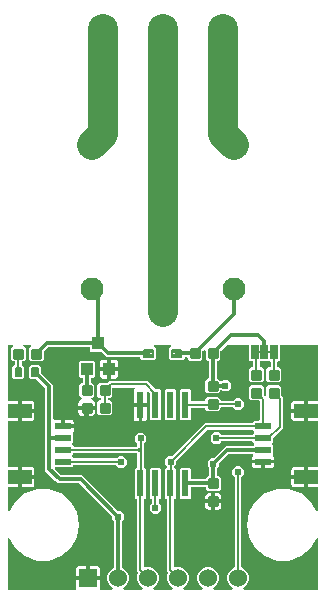
<source format=gbr>
G04 EAGLE Gerber RS-274X export*
G75*
%MOMM*%
%FSLAX34Y34*%
%LPD*%
%AMOC8*
5,1,8,0,0,1.08239X$1,22.5*%
G01*
%ADD10C,0.222250*%
%ADD11C,0.158750*%
%ADD12C,0.200000*%
%ADD13C,2.540000*%
%ADD14R,1.350000X0.600000*%
%ADD15R,2.000000X1.200000*%
%ADD16R,1.524000X1.524000*%
%ADD17C,1.524000*%
%ADD18R,0.635000X1.270000*%
%ADD19C,0.203200*%
%ADD20R,1.000000X1.100000*%
%ADD21C,2.250000*%
%ADD22C,1.950000*%
%ADD23R,0.600000X2.286000*%
%ADD24C,0.609600*%
%ADD25C,0.304800*%
%ADD26C,2.540000*%

G36*
X62359Y5221D02*
X62359Y5221D01*
X62445Y5224D01*
X62490Y5240D01*
X62537Y5248D01*
X62614Y5285D01*
X62695Y5314D01*
X62733Y5342D01*
X62776Y5363D01*
X62839Y5422D01*
X62907Y5473D01*
X62936Y5512D01*
X62971Y5545D01*
X63013Y5619D01*
X63063Y5688D01*
X63079Y5734D01*
X63103Y5775D01*
X63121Y5859D01*
X63149Y5940D01*
X63147Y5976D01*
X63160Y6035D01*
X63139Y6300D01*
X63133Y6315D01*
X63132Y6326D01*
X62939Y7045D01*
X62939Y13223D01*
X72211Y13223D01*
X72312Y13238D01*
X72415Y13246D01*
X72443Y13258D01*
X72474Y13263D01*
X72566Y13307D01*
X72661Y13345D01*
X72685Y13365D01*
X72713Y13378D01*
X72788Y13448D01*
X72868Y13513D01*
X72885Y13539D01*
X72907Y13560D01*
X72958Y13649D01*
X73015Y13734D01*
X73020Y13758D01*
X73039Y13790D01*
X73097Y14050D01*
X73094Y14088D01*
X73099Y14111D01*
X73099Y15001D01*
X73101Y15001D01*
X73101Y14111D01*
X73116Y14009D01*
X73125Y13907D01*
X73136Y13879D01*
X73141Y13848D01*
X73185Y13756D01*
X73224Y13660D01*
X73243Y13637D01*
X73256Y13609D01*
X73326Y13534D01*
X73391Y13454D01*
X73417Y13437D01*
X73438Y13415D01*
X73527Y13364D01*
X73612Y13307D01*
X73636Y13301D01*
X73669Y13283D01*
X73928Y13225D01*
X73966Y13228D01*
X73989Y13223D01*
X83261Y13223D01*
X83261Y7045D01*
X83068Y6326D01*
X83058Y6241D01*
X83040Y6157D01*
X83044Y6109D01*
X83038Y6062D01*
X83054Y5977D01*
X83061Y5892D01*
X83079Y5848D01*
X83088Y5801D01*
X83128Y5725D01*
X83160Y5645D01*
X83191Y5608D01*
X83213Y5566D01*
X83274Y5506D01*
X83328Y5439D01*
X83368Y5412D01*
X83402Y5379D01*
X83478Y5339D01*
X83549Y5292D01*
X83584Y5284D01*
X83637Y5256D01*
X83899Y5208D01*
X83915Y5210D01*
X83926Y5208D01*
X93115Y5208D01*
X93206Y5222D01*
X93299Y5227D01*
X93337Y5241D01*
X93378Y5248D01*
X93461Y5288D01*
X93548Y5320D01*
X93580Y5345D01*
X93617Y5363D01*
X93685Y5426D01*
X93758Y5483D01*
X93781Y5517D01*
X93811Y5545D01*
X93857Y5625D01*
X93910Y5700D01*
X93923Y5740D01*
X93943Y5775D01*
X93963Y5866D01*
X93992Y5953D01*
X93992Y5995D01*
X94001Y6035D01*
X93994Y6127D01*
X93995Y6219D01*
X93983Y6259D01*
X93980Y6300D01*
X93945Y6385D01*
X93919Y6474D01*
X93896Y6508D01*
X93881Y6547D01*
X93822Y6618D01*
X93771Y6695D01*
X93746Y6713D01*
X93713Y6753D01*
X93492Y6900D01*
X93472Y6905D01*
X93455Y6917D01*
X93176Y7032D01*
X90532Y9676D01*
X89101Y13130D01*
X89101Y16870D01*
X90532Y20324D01*
X93176Y22968D01*
X94649Y23578D01*
X94702Y23610D01*
X94760Y23633D01*
X94815Y23678D01*
X94877Y23715D01*
X94918Y23761D01*
X94966Y23801D01*
X95006Y23860D01*
X95053Y23914D01*
X95079Y23970D01*
X95113Y24022D01*
X95124Y24069D01*
X95163Y24156D01*
X95190Y24368D01*
X95197Y24399D01*
X95197Y62963D01*
X95194Y62983D01*
X95196Y63004D01*
X95178Y63098D01*
X95174Y63148D01*
X95167Y63165D01*
X95157Y63226D01*
X95148Y63244D01*
X95144Y63265D01*
X95120Y63304D01*
X95042Y63465D01*
X94965Y63547D01*
X94937Y63591D01*
X93673Y64855D01*
X93673Y66642D01*
X93670Y66663D01*
X93672Y66684D01*
X93650Y66794D01*
X93633Y66905D01*
X93624Y66924D01*
X93620Y66944D01*
X93596Y66983D01*
X93518Y67144D01*
X93441Y67227D01*
X93413Y67270D01*
X65694Y94989D01*
X65677Y95002D01*
X65664Y95018D01*
X65570Y95080D01*
X65480Y95147D01*
X65460Y95154D01*
X65443Y95165D01*
X65398Y95175D01*
X65229Y95234D01*
X65116Y95238D01*
X65066Y95249D01*
X47654Y95249D01*
X45459Y97444D01*
X37083Y105820D01*
X37083Y175457D01*
X37080Y175478D01*
X37082Y175499D01*
X37060Y175609D01*
X37043Y175720D01*
X37034Y175739D01*
X37030Y175759D01*
X37006Y175798D01*
X36928Y175959D01*
X36851Y176042D01*
X36823Y176085D01*
X29484Y183425D01*
X29467Y183437D01*
X29453Y183453D01*
X29360Y183516D01*
X29270Y183582D01*
X29250Y183589D01*
X29232Y183601D01*
X29188Y183611D01*
X29019Y183670D01*
X28906Y183674D01*
X28856Y183685D01*
X24668Y183685D01*
X23161Y185192D01*
X23161Y193736D01*
X24668Y195243D01*
X31562Y195243D01*
X33069Y193736D01*
X33069Y189549D01*
X33072Y189528D01*
X33070Y189507D01*
X33092Y189397D01*
X33109Y189286D01*
X33118Y189267D01*
X33122Y189247D01*
X33146Y189208D01*
X33224Y189047D01*
X33301Y188964D01*
X33329Y188921D01*
X43689Y178561D01*
X43689Y149870D01*
X43702Y149785D01*
X43705Y149699D01*
X43721Y149654D01*
X43729Y149607D01*
X43766Y149530D01*
X43795Y149449D01*
X43823Y149411D01*
X43844Y149367D01*
X43903Y149305D01*
X43954Y149236D01*
X43993Y149208D01*
X44026Y149173D01*
X44100Y149131D01*
X44169Y149080D01*
X44215Y149065D01*
X44256Y149041D01*
X44340Y149023D01*
X44421Y148995D01*
X44457Y148997D01*
X44516Y148983D01*
X44781Y149005D01*
X44796Y149011D01*
X44807Y149012D01*
X44915Y149041D01*
X50501Y149041D01*
X50501Y144111D01*
X50516Y144010D01*
X50524Y143907D01*
X50536Y143879D01*
X50540Y143848D01*
X50585Y143756D01*
X50623Y143661D01*
X50643Y143637D01*
X50656Y143609D01*
X50726Y143534D01*
X50791Y143454D01*
X50817Y143437D01*
X50838Y143415D01*
X50927Y143364D01*
X51012Y143307D01*
X51036Y143302D01*
X51068Y143283D01*
X51328Y143225D01*
X51366Y143228D01*
X51389Y143223D01*
X51723Y143223D01*
X51723Y142889D01*
X51738Y142787D01*
X51747Y142685D01*
X51758Y142657D01*
X51763Y142626D01*
X51807Y142534D01*
X51846Y142438D01*
X51865Y142415D01*
X51878Y142387D01*
X51949Y142312D01*
X52013Y142232D01*
X52039Y142215D01*
X52060Y142193D01*
X52149Y142142D01*
X52234Y142085D01*
X52258Y142079D01*
X52291Y142061D01*
X52550Y142003D01*
X52588Y142006D01*
X52611Y142001D01*
X61291Y142001D01*
X61291Y140165D01*
X61118Y139519D01*
X60783Y138940D01*
X60432Y138589D01*
X60372Y138507D01*
X60305Y138428D01*
X60293Y138400D01*
X60275Y138375D01*
X60241Y138279D01*
X60201Y138184D01*
X60197Y138153D01*
X60187Y138124D01*
X60184Y138022D01*
X60173Y137920D01*
X60179Y137889D01*
X60178Y137859D01*
X60205Y137760D01*
X60225Y137659D01*
X60238Y137639D01*
X60248Y137602D01*
X60391Y137378D01*
X60420Y137353D01*
X60432Y137333D01*
X60529Y137237D01*
X60529Y129763D01*
X59894Y129128D01*
X59833Y129046D01*
X59766Y128967D01*
X59754Y128939D01*
X59736Y128914D01*
X59702Y128817D01*
X59662Y128723D01*
X59659Y128692D01*
X59649Y128663D01*
X59645Y128561D01*
X59634Y128458D01*
X59640Y128428D01*
X59639Y128397D01*
X59666Y128298D01*
X59686Y128198D01*
X59699Y128178D01*
X59709Y128141D01*
X59852Y127917D01*
X59881Y127892D01*
X59894Y127872D01*
X60529Y127237D01*
X60529Y127183D01*
X60544Y127081D01*
X60552Y126979D01*
X60564Y126951D01*
X60569Y126920D01*
X60613Y126828D01*
X60651Y126732D01*
X60671Y126709D01*
X60684Y126681D01*
X60754Y126606D01*
X60819Y126526D01*
X60845Y126509D01*
X60866Y126487D01*
X60955Y126436D01*
X61040Y126379D01*
X61064Y126373D01*
X61096Y126355D01*
X61356Y126297D01*
X61394Y126300D01*
X61417Y126295D01*
X113919Y126295D01*
X114021Y126310D01*
X114123Y126318D01*
X114151Y126330D01*
X114182Y126335D01*
X114274Y126379D01*
X114370Y126417D01*
X114393Y126437D01*
X114421Y126450D01*
X114496Y126520D01*
X114576Y126585D01*
X114593Y126611D01*
X114615Y126632D01*
X114666Y126721D01*
X114723Y126806D01*
X114729Y126830D01*
X114747Y126862D01*
X114805Y127122D01*
X114802Y127160D01*
X114807Y127183D01*
X114807Y128951D01*
X114804Y128971D01*
X114806Y128992D01*
X114784Y129103D01*
X114767Y129214D01*
X114758Y129232D01*
X114754Y129253D01*
X114730Y129292D01*
X114652Y129453D01*
X114575Y129535D01*
X114547Y129579D01*
X112775Y131351D01*
X112775Y135349D01*
X115603Y138177D01*
X119601Y138177D01*
X122429Y135349D01*
X122429Y131351D01*
X120657Y129579D01*
X120644Y129562D01*
X120628Y129549D01*
X120566Y129455D01*
X120499Y129365D01*
X120492Y129345D01*
X120481Y129328D01*
X120471Y129283D01*
X120412Y129114D01*
X120408Y129001D01*
X120397Y128951D01*
X120397Y109197D01*
X120412Y109095D01*
X120420Y108993D01*
X120432Y108965D01*
X120437Y108934D01*
X120481Y108842D01*
X120519Y108746D01*
X120539Y108723D01*
X120552Y108695D01*
X120622Y108620D01*
X120687Y108540D01*
X120713Y108523D01*
X120734Y108501D01*
X120823Y108450D01*
X120908Y108393D01*
X120932Y108387D01*
X120964Y108369D01*
X121173Y108322D01*
X122229Y107267D01*
X122229Y82933D01*
X121187Y81891D01*
X121133Y81891D01*
X121031Y81876D01*
X120929Y81868D01*
X120901Y81856D01*
X120870Y81851D01*
X120778Y81807D01*
X120682Y81769D01*
X120659Y81749D01*
X120631Y81736D01*
X120556Y81666D01*
X120476Y81601D01*
X120459Y81575D01*
X120437Y81554D01*
X120386Y81465D01*
X120329Y81380D01*
X120323Y81356D01*
X120305Y81324D01*
X120247Y81064D01*
X120250Y81026D01*
X120245Y81003D01*
X120245Y24988D01*
X120246Y24978D01*
X120245Y24968D01*
X120266Y24847D01*
X120285Y24726D01*
X120289Y24716D01*
X120291Y24706D01*
X120347Y24597D01*
X120400Y24486D01*
X120407Y24479D01*
X120412Y24469D01*
X120498Y24382D01*
X120582Y24292D01*
X120591Y24287D01*
X120598Y24279D01*
X120706Y24221D01*
X120812Y24160D01*
X120823Y24158D01*
X120832Y24153D01*
X120952Y24129D01*
X121072Y24102D01*
X121082Y24103D01*
X121093Y24101D01*
X121123Y24106D01*
X121337Y24124D01*
X121425Y24159D01*
X121473Y24168D01*
X122030Y24399D01*
X125770Y24399D01*
X129224Y22968D01*
X131868Y20324D01*
X133299Y16870D01*
X133299Y13130D01*
X131868Y9676D01*
X129224Y7032D01*
X128945Y6917D01*
X128866Y6869D01*
X128783Y6829D01*
X128753Y6801D01*
X128717Y6779D01*
X128656Y6710D01*
X128589Y6647D01*
X128568Y6612D01*
X128541Y6581D01*
X128502Y6497D01*
X128457Y6417D01*
X128448Y6376D01*
X128431Y6339D01*
X128419Y6247D01*
X128399Y6157D01*
X128402Y6116D01*
X128397Y6075D01*
X128413Y5984D01*
X128420Y5892D01*
X128436Y5854D01*
X128443Y5813D01*
X128485Y5731D01*
X128519Y5645D01*
X128545Y5613D01*
X128564Y5577D01*
X128629Y5511D01*
X128687Y5439D01*
X128721Y5416D01*
X128750Y5387D01*
X128831Y5343D01*
X128908Y5292D01*
X128939Y5285D01*
X128984Y5260D01*
X129245Y5209D01*
X129265Y5212D01*
X129285Y5208D01*
X143915Y5208D01*
X144006Y5222D01*
X144099Y5227D01*
X144137Y5241D01*
X144178Y5248D01*
X144261Y5288D01*
X144348Y5320D01*
X144380Y5345D01*
X144417Y5363D01*
X144485Y5426D01*
X144558Y5483D01*
X144581Y5517D01*
X144611Y5545D01*
X144657Y5625D01*
X144710Y5700D01*
X144723Y5740D01*
X144743Y5775D01*
X144763Y5866D01*
X144792Y5953D01*
X144792Y5995D01*
X144801Y6035D01*
X144794Y6127D01*
X144795Y6219D01*
X144783Y6259D01*
X144780Y6300D01*
X144745Y6385D01*
X144719Y6474D01*
X144696Y6508D01*
X144681Y6547D01*
X144622Y6618D01*
X144571Y6695D01*
X144546Y6713D01*
X144513Y6753D01*
X144292Y6900D01*
X144272Y6905D01*
X144255Y6917D01*
X143976Y7032D01*
X141332Y9676D01*
X139901Y13130D01*
X139901Y16870D01*
X140722Y18850D01*
X140737Y18911D01*
X140761Y18968D01*
X140768Y19039D01*
X140786Y19108D01*
X140782Y19170D01*
X140788Y19232D01*
X140774Y19302D01*
X140770Y19374D01*
X140749Y19432D01*
X140736Y19493D01*
X140711Y19533D01*
X140677Y19623D01*
X140546Y19792D01*
X140529Y19818D01*
X140055Y20292D01*
X140055Y81003D01*
X140040Y81105D01*
X140032Y81207D01*
X140020Y81235D01*
X140015Y81266D01*
X139971Y81358D01*
X139933Y81454D01*
X139913Y81477D01*
X139900Y81505D01*
X139830Y81580D01*
X139765Y81660D01*
X139739Y81677D01*
X139718Y81699D01*
X139629Y81750D01*
X139544Y81807D01*
X139520Y81813D01*
X139488Y81831D01*
X139228Y81889D01*
X139190Y81886D01*
X139167Y81891D01*
X139113Y81891D01*
X138071Y82933D01*
X138071Y107267D01*
X139123Y108318D01*
X139189Y108336D01*
X139270Y108349D01*
X139316Y108371D01*
X139366Y108385D01*
X139435Y108429D01*
X139509Y108464D01*
X139547Y108499D01*
X139590Y108527D01*
X139643Y108590D01*
X139703Y108646D01*
X139729Y108690D01*
X139762Y108730D01*
X139795Y108805D01*
X139835Y108876D01*
X139846Y108927D01*
X139867Y108974D01*
X139875Y109056D01*
X139893Y109136D01*
X139889Y109187D01*
X139894Y109239D01*
X139878Y109319D01*
X139871Y109401D01*
X139852Y109449D01*
X139842Y109499D01*
X139814Y109543D01*
X139772Y109648D01*
X139659Y109787D01*
X139635Y109825D01*
X138175Y111285D01*
X138175Y115283D01*
X141003Y118111D01*
X143508Y118111D01*
X143529Y118114D01*
X143550Y118112D01*
X143661Y118134D01*
X143771Y118151D01*
X143790Y118160D01*
X143811Y118164D01*
X143849Y118188D01*
X144011Y118266D01*
X144093Y118343D01*
X144137Y118371D01*
X170163Y144397D01*
X172060Y146295D01*
X211783Y146295D01*
X211885Y146310D01*
X211987Y146318D01*
X212015Y146330D01*
X212046Y146335D01*
X212138Y146379D01*
X212234Y146417D01*
X212257Y146437D01*
X212285Y146450D01*
X212360Y146520D01*
X212440Y146585D01*
X212457Y146611D01*
X212479Y146632D01*
X212530Y146721D01*
X212587Y146806D01*
X212593Y146830D01*
X212611Y146862D01*
X212669Y147122D01*
X212666Y147160D01*
X212671Y147183D01*
X212671Y147237D01*
X213713Y148279D01*
X217517Y148279D01*
X217619Y148294D01*
X217721Y148302D01*
X217749Y148314D01*
X217780Y148319D01*
X217872Y148363D01*
X217968Y148401D01*
X217991Y148421D01*
X218019Y148434D01*
X218094Y148504D01*
X218174Y148569D01*
X218191Y148595D01*
X218213Y148616D01*
X218264Y148705D01*
X218321Y148790D01*
X218327Y148814D01*
X218345Y148846D01*
X218403Y149106D01*
X218400Y149144D01*
X218405Y149167D01*
X218405Y164894D01*
X218390Y164996D01*
X218382Y165098D01*
X218370Y165126D01*
X218365Y165157D01*
X218321Y165249D01*
X218283Y165345D01*
X218263Y165368D01*
X218250Y165396D01*
X218180Y165471D01*
X218115Y165551D01*
X218089Y165568D01*
X218068Y165590D01*
X217979Y165641D01*
X217894Y165698D01*
X217870Y165704D01*
X217838Y165722D01*
X217578Y165780D01*
X217540Y165777D01*
X217517Y165782D01*
X211135Y165782D01*
X209442Y167475D01*
X209442Y176537D01*
X211135Y178230D01*
X220197Y178230D01*
X221890Y176537D01*
X221890Y170103D01*
X221893Y170082D01*
X221891Y170061D01*
X221913Y169951D01*
X221930Y169840D01*
X221939Y169821D01*
X221943Y169800D01*
X221967Y169762D01*
X222045Y169600D01*
X222122Y169518D01*
X222150Y169474D01*
X222658Y168966D01*
X222699Y168936D01*
X222735Y168898D01*
X222806Y168857D01*
X222872Y168809D01*
X222921Y168792D01*
X222965Y168766D01*
X223045Y168748D01*
X223123Y168721D01*
X223175Y168720D01*
X223225Y168708D01*
X223307Y168715D01*
X223389Y168712D01*
X223438Y168726D01*
X223490Y168730D01*
X223566Y168760D01*
X223645Y168782D01*
X223689Y168810D01*
X223737Y168829D01*
X223800Y168881D01*
X223869Y168925D01*
X223903Y168964D01*
X223943Y168997D01*
X223988Y169065D01*
X224041Y169127D01*
X224062Y169175D01*
X224090Y169218D01*
X224102Y169268D01*
X224146Y169372D01*
X224164Y169550D01*
X224174Y169594D01*
X224174Y176537D01*
X225867Y178230D01*
X234929Y178230D01*
X236622Y176537D01*
X236622Y170103D01*
X236625Y170082D01*
X236623Y170061D01*
X236645Y169950D01*
X236662Y169840D01*
X236671Y169821D01*
X236675Y169800D01*
X236699Y169762D01*
X236777Y169600D01*
X236854Y169518D01*
X236882Y169474D01*
X238253Y168104D01*
X238253Y141844D01*
X229989Y133581D01*
X229976Y133564D01*
X229960Y133550D01*
X229898Y133457D01*
X229831Y133367D01*
X229824Y133347D01*
X229813Y133329D01*
X229803Y133285D01*
X229744Y133116D01*
X229740Y133003D01*
X229729Y132952D01*
X229729Y129763D01*
X229094Y129128D01*
X229033Y129045D01*
X228966Y128967D01*
X228954Y128939D01*
X228936Y128914D01*
X228902Y128817D01*
X228862Y128723D01*
X228859Y128692D01*
X228849Y128663D01*
X228845Y128560D01*
X228834Y128458D01*
X228840Y128428D01*
X228839Y128397D01*
X228866Y128298D01*
X228886Y128198D01*
X228899Y128177D01*
X228909Y128141D01*
X229052Y127917D01*
X229081Y127892D01*
X229094Y127872D01*
X229729Y127237D01*
X229729Y119763D01*
X229632Y119667D01*
X229571Y119584D01*
X229505Y119506D01*
X229493Y119478D01*
X229475Y119453D01*
X229441Y119356D01*
X229401Y119262D01*
X229397Y119231D01*
X229387Y119202D01*
X229384Y119099D01*
X229373Y118997D01*
X229379Y118967D01*
X229378Y118936D01*
X229405Y118837D01*
X229425Y118736D01*
X229438Y118716D01*
X229448Y118680D01*
X229591Y118455D01*
X229620Y118431D01*
X229632Y118411D01*
X229983Y118060D01*
X230318Y117481D01*
X230491Y116835D01*
X230491Y114999D01*
X221811Y114999D01*
X221710Y114984D01*
X221607Y114976D01*
X221579Y114964D01*
X221548Y114959D01*
X221456Y114915D01*
X221361Y114877D01*
X221337Y114857D01*
X221309Y114844D01*
X221234Y114774D01*
X221203Y114748D01*
X221187Y114768D01*
X221161Y114785D01*
X221140Y114807D01*
X221051Y114858D01*
X220966Y114915D01*
X220942Y114921D01*
X220909Y114939D01*
X220650Y114997D01*
X220612Y114994D01*
X220589Y114999D01*
X211909Y114999D01*
X211909Y116835D01*
X212082Y117481D01*
X212417Y118060D01*
X212768Y118411D01*
X212828Y118493D01*
X212895Y118572D01*
X212907Y118600D01*
X212925Y118625D01*
X212959Y118721D01*
X212999Y118816D01*
X213003Y118847D01*
X213013Y118876D01*
X213016Y118978D01*
X213027Y119080D01*
X213021Y119111D01*
X213022Y119141D01*
X212995Y119240D01*
X212975Y119341D01*
X212962Y119361D01*
X212952Y119398D01*
X212809Y119622D01*
X212780Y119647D01*
X212768Y119667D01*
X212497Y119937D01*
X212480Y119950D01*
X212467Y119966D01*
X212374Y120028D01*
X212283Y120095D01*
X212264Y120102D01*
X212246Y120113D01*
X212202Y120123D01*
X212032Y120182D01*
X211920Y120186D01*
X211869Y120197D01*
X192800Y120197D01*
X192779Y120194D01*
X192758Y120196D01*
X192648Y120174D01*
X192537Y120157D01*
X192518Y120148D01*
X192498Y120144D01*
X192459Y120120D01*
X192298Y120042D01*
X192215Y119965D01*
X192172Y119937D01*
X184269Y112034D01*
X184256Y112017D01*
X184240Y112004D01*
X184178Y111910D01*
X184111Y111820D01*
X184104Y111800D01*
X184093Y111783D01*
X184083Y111738D01*
X184024Y111569D01*
X184020Y111456D01*
X184009Y111406D01*
X184009Y109619D01*
X182745Y108355D01*
X182732Y108338D01*
X182716Y108325D01*
X182654Y108231D01*
X182587Y108141D01*
X182580Y108121D01*
X182569Y108104D01*
X182559Y108059D01*
X182500Y107890D01*
X182496Y107777D01*
X182485Y107727D01*
X182485Y102300D01*
X182500Y102198D01*
X182508Y102096D01*
X182520Y102068D01*
X182525Y102037D01*
X182569Y101945D01*
X182607Y101849D01*
X182627Y101826D01*
X182640Y101798D01*
X182710Y101723D01*
X182775Y101643D01*
X182801Y101626D01*
X182822Y101604D01*
X182911Y101553D01*
X182996Y101496D01*
X183020Y101490D01*
X183052Y101472D01*
X183312Y101414D01*
X183350Y101417D01*
X183373Y101412D01*
X183713Y101412D01*
X185406Y99719D01*
X185406Y90657D01*
X183713Y88964D01*
X174651Y88964D01*
X172958Y90657D01*
X172958Y90997D01*
X172943Y91099D01*
X172935Y91201D01*
X172923Y91229D01*
X172918Y91260D01*
X172874Y91352D01*
X172836Y91448D01*
X172816Y91471D01*
X172803Y91499D01*
X172733Y91574D01*
X172668Y91654D01*
X172642Y91671D01*
X172621Y91693D01*
X172532Y91744D01*
X172447Y91801D01*
X172423Y91807D01*
X172391Y91825D01*
X172131Y91883D01*
X172093Y91880D01*
X172070Y91885D01*
X161217Y91885D01*
X161115Y91870D01*
X161013Y91862D01*
X160985Y91850D01*
X160954Y91845D01*
X160862Y91801D01*
X160766Y91763D01*
X160743Y91743D01*
X160715Y91730D01*
X160640Y91660D01*
X160560Y91595D01*
X160543Y91569D01*
X160521Y91548D01*
X160470Y91459D01*
X160413Y91374D01*
X160407Y91350D01*
X160389Y91318D01*
X160331Y91058D01*
X160334Y91020D01*
X160329Y90997D01*
X160329Y82933D01*
X159287Y81891D01*
X151813Y81891D01*
X150771Y82933D01*
X150771Y107267D01*
X151813Y108309D01*
X159287Y108309D01*
X160329Y107267D01*
X160329Y99379D01*
X160344Y99277D01*
X160352Y99175D01*
X160364Y99147D01*
X160369Y99116D01*
X160413Y99024D01*
X160451Y98928D01*
X160471Y98905D01*
X160484Y98877D01*
X160554Y98802D01*
X160619Y98722D01*
X160645Y98705D01*
X160666Y98683D01*
X160755Y98632D01*
X160840Y98575D01*
X160864Y98569D01*
X160896Y98551D01*
X161156Y98493D01*
X161194Y98496D01*
X161217Y98491D01*
X172070Y98491D01*
X172172Y98506D01*
X172274Y98514D01*
X172302Y98526D01*
X172333Y98531D01*
X172425Y98575D01*
X172521Y98613D01*
X172544Y98633D01*
X172572Y98646D01*
X172647Y98716D01*
X172727Y98781D01*
X172744Y98807D01*
X172766Y98828D01*
X172817Y98917D01*
X172874Y99002D01*
X172880Y99026D01*
X172898Y99058D01*
X172956Y99318D01*
X172953Y99356D01*
X172958Y99379D01*
X172958Y99719D01*
X174651Y101412D01*
X174991Y101412D01*
X175093Y101427D01*
X175195Y101435D01*
X175223Y101447D01*
X175254Y101452D01*
X175346Y101496D01*
X175442Y101534D01*
X175465Y101554D01*
X175493Y101567D01*
X175568Y101637D01*
X175648Y101702D01*
X175665Y101728D01*
X175687Y101749D01*
X175738Y101838D01*
X175795Y101923D01*
X175801Y101947D01*
X175819Y101979D01*
X175877Y102239D01*
X175874Y102277D01*
X175879Y102300D01*
X175879Y107727D01*
X175876Y107747D01*
X175878Y107768D01*
X175856Y107879D01*
X175839Y107990D01*
X175830Y108008D01*
X175826Y108029D01*
X175802Y108068D01*
X175724Y108229D01*
X175647Y108311D01*
X175619Y108355D01*
X174355Y109619D01*
X174355Y113617D01*
X177183Y116445D01*
X178970Y116445D01*
X178991Y116448D01*
X179012Y116446D01*
X179122Y116468D01*
X179233Y116485D01*
X179252Y116494D01*
X179272Y116498D01*
X179311Y116522D01*
X179472Y116600D01*
X179555Y116677D01*
X179598Y116705D01*
X189696Y126803D01*
X211869Y126803D01*
X211890Y126806D01*
X211911Y126804D01*
X212021Y126826D01*
X212132Y126843D01*
X212151Y126852D01*
X212172Y126856D01*
X212210Y126880D01*
X212371Y126958D01*
X212454Y127035D01*
X212497Y127063D01*
X213306Y127872D01*
X213367Y127954D01*
X213434Y128033D01*
X213446Y128061D01*
X213464Y128086D01*
X213498Y128183D01*
X213538Y128277D01*
X213541Y128308D01*
X213551Y128337D01*
X213555Y128439D01*
X213566Y128542D01*
X213560Y128572D01*
X213561Y128603D01*
X213534Y128702D01*
X213514Y128802D01*
X213501Y128822D01*
X213491Y128859D01*
X213348Y129083D01*
X213319Y129108D01*
X213306Y129128D01*
X212671Y129763D01*
X212671Y129817D01*
X212656Y129919D01*
X212648Y130021D01*
X212636Y130049D01*
X212631Y130080D01*
X212587Y130172D01*
X212549Y130268D01*
X212529Y130291D01*
X212516Y130319D01*
X212446Y130394D01*
X212381Y130474D01*
X212355Y130491D01*
X212334Y130513D01*
X212245Y130564D01*
X212160Y130621D01*
X212136Y130627D01*
X212104Y130645D01*
X211844Y130703D01*
X211806Y130700D01*
X211783Y130705D01*
X186293Y130705D01*
X186272Y130702D01*
X186251Y130704D01*
X186141Y130682D01*
X186030Y130665D01*
X186011Y130656D01*
X185991Y130652D01*
X185952Y130628D01*
X185791Y130550D01*
X185709Y130473D01*
X185665Y130445D01*
X183803Y128583D01*
X179805Y128583D01*
X176977Y131411D01*
X176977Y135409D01*
X179805Y138237D01*
X183803Y138237D01*
X185485Y136555D01*
X185502Y136542D01*
X185515Y136526D01*
X185609Y136464D01*
X185699Y136397D01*
X185719Y136390D01*
X185736Y136379D01*
X185781Y136369D01*
X185950Y136310D01*
X186063Y136306D01*
X186113Y136295D01*
X211783Y136295D01*
X211885Y136310D01*
X211987Y136318D01*
X212015Y136330D01*
X212046Y136335D01*
X212138Y136379D01*
X212234Y136417D01*
X212257Y136437D01*
X212285Y136450D01*
X212360Y136520D01*
X212440Y136585D01*
X212457Y136611D01*
X212479Y136632D01*
X212530Y136721D01*
X212587Y136806D01*
X212593Y136830D01*
X212611Y136862D01*
X212669Y137122D01*
X212666Y137160D01*
X212671Y137183D01*
X212671Y137237D01*
X213306Y137872D01*
X213367Y137954D01*
X213434Y138033D01*
X213446Y138061D01*
X213464Y138086D01*
X213498Y138183D01*
X213538Y138277D01*
X213541Y138308D01*
X213551Y138337D01*
X213555Y138439D01*
X213566Y138542D01*
X213560Y138572D01*
X213561Y138603D01*
X213534Y138702D01*
X213514Y138802D01*
X213501Y138822D01*
X213491Y138859D01*
X213348Y139083D01*
X213319Y139108D01*
X213306Y139128D01*
X212671Y139763D01*
X212671Y139817D01*
X212656Y139919D01*
X212648Y140021D01*
X212636Y140049D01*
X212631Y140080D01*
X212587Y140172D01*
X212549Y140268D01*
X212529Y140291D01*
X212516Y140319D01*
X212446Y140394D01*
X212381Y140474D01*
X212355Y140491D01*
X212334Y140513D01*
X212245Y140564D01*
X212160Y140621D01*
X212136Y140627D01*
X212104Y140645D01*
X211844Y140703D01*
X211806Y140700D01*
X211783Y140705D01*
X174744Y140705D01*
X174723Y140702D01*
X174702Y140704D01*
X174592Y140682D01*
X174481Y140665D01*
X174462Y140656D01*
X174441Y140652D01*
X174403Y140628D01*
X174241Y140550D01*
X174159Y140473D01*
X174115Y140445D01*
X148089Y114419D01*
X148076Y114402D01*
X148060Y114388D01*
X147998Y114295D01*
X147931Y114205D01*
X147924Y114185D01*
X147913Y114167D01*
X147903Y114123D01*
X147844Y113954D01*
X147840Y113841D01*
X147829Y113790D01*
X147829Y111285D01*
X146348Y109804D01*
X146287Y109721D01*
X146220Y109643D01*
X146208Y109615D01*
X146190Y109590D01*
X146156Y109493D01*
X146116Y109398D01*
X146113Y109368D01*
X146103Y109339D01*
X146099Y109236D01*
X146089Y109134D01*
X146095Y109104D01*
X146094Y109073D01*
X146121Y108974D01*
X146141Y108873D01*
X146154Y108853D01*
X146163Y108817D01*
X146306Y108592D01*
X146335Y108568D01*
X146348Y108548D01*
X147629Y107267D01*
X147629Y82933D01*
X146587Y81891D01*
X146533Y81891D01*
X146431Y81876D01*
X146329Y81868D01*
X146301Y81856D01*
X146270Y81851D01*
X146178Y81807D01*
X146082Y81769D01*
X146059Y81749D01*
X146031Y81736D01*
X145956Y81666D01*
X145876Y81601D01*
X145859Y81575D01*
X145837Y81554D01*
X145786Y81465D01*
X145729Y81380D01*
X145723Y81356D01*
X145705Y81324D01*
X145647Y81064D01*
X145650Y81026D01*
X145645Y81003D01*
X145645Y24988D01*
X145646Y24978D01*
X145645Y24968D01*
X145666Y24847D01*
X145685Y24726D01*
X145689Y24716D01*
X145691Y24706D01*
X145747Y24597D01*
X145800Y24486D01*
X145807Y24479D01*
X145812Y24469D01*
X145898Y24382D01*
X145982Y24292D01*
X145991Y24287D01*
X145998Y24279D01*
X146106Y24221D01*
X146212Y24160D01*
X146223Y24158D01*
X146232Y24153D01*
X146352Y24129D01*
X146472Y24102D01*
X146482Y24103D01*
X146493Y24101D01*
X146523Y24106D01*
X146737Y24124D01*
X146825Y24159D01*
X146873Y24168D01*
X147430Y24399D01*
X151170Y24399D01*
X154624Y22968D01*
X157268Y20324D01*
X158699Y16870D01*
X158699Y13130D01*
X157268Y9676D01*
X154624Y7032D01*
X154345Y6917D01*
X154266Y6869D01*
X154183Y6829D01*
X154153Y6801D01*
X154117Y6779D01*
X154056Y6710D01*
X153989Y6647D01*
X153968Y6612D01*
X153941Y6581D01*
X153902Y6497D01*
X153857Y6417D01*
X153848Y6376D01*
X153831Y6339D01*
X153819Y6247D01*
X153799Y6157D01*
X153802Y6116D01*
X153797Y6075D01*
X153813Y5984D01*
X153820Y5892D01*
X153836Y5854D01*
X153843Y5813D01*
X153885Y5731D01*
X153919Y5645D01*
X153945Y5613D01*
X153964Y5577D01*
X154029Y5511D01*
X154087Y5439D01*
X154121Y5416D01*
X154150Y5387D01*
X154231Y5343D01*
X154308Y5292D01*
X154339Y5285D01*
X154384Y5260D01*
X154645Y5209D01*
X154665Y5212D01*
X154685Y5208D01*
X169315Y5208D01*
X169406Y5222D01*
X169499Y5227D01*
X169537Y5241D01*
X169578Y5248D01*
X169661Y5288D01*
X169748Y5320D01*
X169780Y5345D01*
X169817Y5363D01*
X169885Y5426D01*
X169958Y5483D01*
X169981Y5517D01*
X170011Y5545D01*
X170057Y5625D01*
X170110Y5700D01*
X170123Y5740D01*
X170143Y5775D01*
X170163Y5866D01*
X170192Y5953D01*
X170192Y5995D01*
X170201Y6035D01*
X170194Y6127D01*
X170195Y6219D01*
X170183Y6259D01*
X170180Y6300D01*
X170145Y6385D01*
X170119Y6474D01*
X170096Y6508D01*
X170081Y6547D01*
X170022Y6618D01*
X169971Y6695D01*
X169946Y6713D01*
X169913Y6753D01*
X169692Y6900D01*
X169672Y6905D01*
X169655Y6917D01*
X169376Y7032D01*
X166732Y9676D01*
X165301Y13130D01*
X165301Y16870D01*
X166732Y20324D01*
X169376Y22968D01*
X172830Y24399D01*
X176570Y24399D01*
X180024Y22968D01*
X182668Y20324D01*
X184099Y16870D01*
X184099Y13130D01*
X182668Y9676D01*
X180024Y7032D01*
X179745Y6917D01*
X179666Y6869D01*
X179583Y6829D01*
X179553Y6801D01*
X179517Y6779D01*
X179456Y6710D01*
X179389Y6647D01*
X179368Y6612D01*
X179341Y6581D01*
X179302Y6497D01*
X179257Y6417D01*
X179248Y6376D01*
X179231Y6339D01*
X179219Y6247D01*
X179199Y6157D01*
X179202Y6116D01*
X179197Y6075D01*
X179213Y5984D01*
X179220Y5892D01*
X179236Y5854D01*
X179243Y5813D01*
X179285Y5731D01*
X179319Y5645D01*
X179345Y5613D01*
X179364Y5577D01*
X179429Y5511D01*
X179487Y5439D01*
X179521Y5416D01*
X179550Y5387D01*
X179631Y5343D01*
X179708Y5292D01*
X179739Y5285D01*
X179784Y5260D01*
X180045Y5209D01*
X180065Y5212D01*
X180085Y5208D01*
X194715Y5208D01*
X194806Y5222D01*
X194899Y5227D01*
X194937Y5241D01*
X194978Y5248D01*
X195061Y5288D01*
X195148Y5320D01*
X195180Y5345D01*
X195217Y5363D01*
X195285Y5426D01*
X195358Y5483D01*
X195381Y5517D01*
X195411Y5545D01*
X195457Y5625D01*
X195510Y5700D01*
X195523Y5740D01*
X195543Y5775D01*
X195563Y5866D01*
X195592Y5953D01*
X195592Y5995D01*
X195601Y6035D01*
X195594Y6127D01*
X195595Y6219D01*
X195583Y6259D01*
X195580Y6300D01*
X195545Y6385D01*
X195519Y6474D01*
X195496Y6508D01*
X195481Y6547D01*
X195422Y6618D01*
X195371Y6695D01*
X195346Y6713D01*
X195313Y6753D01*
X195092Y6900D01*
X195072Y6905D01*
X195055Y6917D01*
X194776Y7032D01*
X192132Y9676D01*
X190701Y13130D01*
X190701Y16870D01*
X192132Y20324D01*
X194776Y22968D01*
X196757Y23788D01*
X196810Y23820D01*
X196868Y23843D01*
X196923Y23889D01*
X196985Y23926D01*
X197026Y23972D01*
X197074Y24011D01*
X197114Y24071D01*
X197161Y24124D01*
X197187Y24181D01*
X197221Y24232D01*
X197232Y24279D01*
X197271Y24366D01*
X197298Y24578D01*
X197305Y24609D01*
X197305Y100301D01*
X197302Y100321D01*
X197304Y100342D01*
X197282Y100453D01*
X197265Y100564D01*
X197256Y100582D01*
X197252Y100603D01*
X197228Y100642D01*
X197150Y100803D01*
X197073Y100885D01*
X197045Y100929D01*
X195273Y102701D01*
X195273Y106699D01*
X198101Y109527D01*
X202099Y109527D01*
X204927Y106699D01*
X204927Y102701D01*
X203155Y100929D01*
X203142Y100912D01*
X203126Y100899D01*
X203064Y100805D01*
X202997Y100715D01*
X202990Y100695D01*
X202979Y100678D01*
X202969Y100633D01*
X202910Y100464D01*
X202906Y100353D01*
X202897Y100312D01*
X202897Y100311D01*
X202895Y100301D01*
X202895Y24609D01*
X202904Y24548D01*
X202903Y24486D01*
X202924Y24417D01*
X202935Y24346D01*
X202962Y24290D01*
X202979Y24231D01*
X203019Y24171D01*
X203050Y24107D01*
X203093Y24062D01*
X203127Y24010D01*
X203166Y23982D01*
X203232Y23913D01*
X203418Y23806D01*
X203443Y23788D01*
X205424Y22968D01*
X208068Y20324D01*
X209499Y16870D01*
X209499Y13130D01*
X208068Y9676D01*
X205424Y7032D01*
X205145Y6917D01*
X205066Y6869D01*
X204983Y6829D01*
X204953Y6801D01*
X204917Y6779D01*
X204856Y6710D01*
X204789Y6647D01*
X204768Y6612D01*
X204741Y6581D01*
X204702Y6497D01*
X204657Y6417D01*
X204648Y6376D01*
X204631Y6339D01*
X204619Y6247D01*
X204599Y6157D01*
X204602Y6116D01*
X204597Y6075D01*
X204613Y5984D01*
X204620Y5892D01*
X204636Y5854D01*
X204643Y5813D01*
X204685Y5731D01*
X204719Y5645D01*
X204745Y5613D01*
X204764Y5577D01*
X204829Y5511D01*
X204887Y5439D01*
X204921Y5416D01*
X204950Y5387D01*
X205031Y5343D01*
X205108Y5292D01*
X205139Y5285D01*
X205184Y5260D01*
X205445Y5209D01*
X205465Y5212D01*
X205485Y5208D01*
X267104Y5208D01*
X267206Y5223D01*
X267308Y5231D01*
X267336Y5243D01*
X267367Y5248D01*
X267459Y5292D01*
X267555Y5330D01*
X267578Y5350D01*
X267606Y5363D01*
X267681Y5433D01*
X267761Y5498D01*
X267778Y5524D01*
X267800Y5545D01*
X267851Y5634D01*
X267908Y5719D01*
X267914Y5743D01*
X267932Y5775D01*
X267990Y6035D01*
X267987Y6073D01*
X267992Y6096D01*
X267992Y47723D01*
X267987Y47757D01*
X267990Y47791D01*
X267967Y47888D01*
X267952Y47986D01*
X267937Y48017D01*
X267930Y48050D01*
X267880Y48136D01*
X267837Y48225D01*
X267813Y48250D01*
X267796Y48280D01*
X267723Y48347D01*
X267655Y48419D01*
X267625Y48437D01*
X267600Y48460D01*
X267510Y48502D01*
X267425Y48551D01*
X267391Y48559D01*
X267360Y48574D01*
X267262Y48588D01*
X267165Y48609D01*
X267131Y48606D01*
X267097Y48611D01*
X266999Y48596D01*
X266900Y48588D01*
X266868Y48575D01*
X266834Y48569D01*
X266745Y48525D01*
X266653Y48489D01*
X266627Y48467D01*
X266596Y48451D01*
X266560Y48413D01*
X266447Y48321D01*
X266371Y48206D01*
X266335Y48167D01*
X261755Y40235D01*
X253575Y33371D01*
X243539Y29718D01*
X232861Y29718D01*
X222825Y33371D01*
X214645Y40235D01*
X209305Y49483D01*
X207451Y60000D01*
X209305Y70517D01*
X214645Y79765D01*
X222825Y86629D01*
X232861Y90282D01*
X243539Y90282D01*
X253575Y86629D01*
X261755Y79765D01*
X266335Y71833D01*
X266356Y71806D01*
X266371Y71775D01*
X266439Y71702D01*
X266501Y71625D01*
X266529Y71606D01*
X266553Y71581D01*
X266639Y71531D01*
X266721Y71476D01*
X266754Y71466D01*
X266783Y71449D01*
X266880Y71427D01*
X266975Y71398D01*
X267009Y71398D01*
X267043Y71391D01*
X267142Y71399D01*
X267241Y71399D01*
X267274Y71410D01*
X267308Y71412D01*
X267400Y71449D01*
X267494Y71479D01*
X267522Y71499D01*
X267555Y71511D01*
X267631Y71574D01*
X267713Y71630D01*
X267734Y71657D01*
X267761Y71679D01*
X267816Y71762D01*
X267877Y71839D01*
X267889Y71871D01*
X267908Y71900D01*
X267920Y71952D01*
X267972Y72088D01*
X267981Y72225D01*
X267992Y72277D01*
X267992Y91071D01*
X267977Y91173D01*
X267969Y91275D01*
X267957Y91303D01*
X267952Y91334D01*
X267908Y91426D01*
X267870Y91522D01*
X267850Y91545D01*
X267837Y91573D01*
X267767Y91648D01*
X267702Y91728D01*
X267676Y91745D01*
X267655Y91767D01*
X267566Y91818D01*
X267481Y91875D01*
X267457Y91881D01*
X267425Y91899D01*
X267165Y91957D01*
X267127Y91954D01*
X267104Y91959D01*
X259727Y91959D01*
X259727Y99611D01*
X259712Y99712D01*
X259703Y99815D01*
X259692Y99843D01*
X259687Y99874D01*
X259643Y99966D01*
X259604Y100061D01*
X259585Y100085D01*
X259572Y100113D01*
X259502Y100188D01*
X259437Y100268D01*
X259411Y100285D01*
X259390Y100307D01*
X259301Y100358D01*
X259216Y100415D01*
X259192Y100420D01*
X259159Y100439D01*
X258900Y100497D01*
X258862Y100494D01*
X258839Y100499D01*
X257949Y100499D01*
X257949Y100501D01*
X258839Y100501D01*
X258940Y100516D01*
X259043Y100525D01*
X259071Y100536D01*
X259102Y100541D01*
X259194Y100585D01*
X259289Y100624D01*
X259313Y100643D01*
X259341Y100656D01*
X259416Y100726D01*
X259496Y100791D01*
X259513Y100817D01*
X259535Y100838D01*
X259586Y100927D01*
X259643Y101012D01*
X259648Y101036D01*
X259667Y101069D01*
X259725Y101328D01*
X259722Y101366D01*
X259727Y101389D01*
X259727Y109041D01*
X267104Y109041D01*
X267206Y109056D01*
X267308Y109064D01*
X267336Y109076D01*
X267367Y109081D01*
X267459Y109125D01*
X267555Y109163D01*
X267578Y109183D01*
X267606Y109196D01*
X267681Y109266D01*
X267761Y109331D01*
X267778Y109357D01*
X267800Y109378D01*
X267851Y109467D01*
X267908Y109552D01*
X267914Y109576D01*
X267932Y109608D01*
X267990Y109868D01*
X267987Y109906D01*
X267992Y109929D01*
X267992Y147071D01*
X267977Y147173D01*
X267969Y147275D01*
X267957Y147303D01*
X267952Y147334D01*
X267908Y147426D01*
X267870Y147522D01*
X267850Y147545D01*
X267837Y147573D01*
X267767Y147648D01*
X267702Y147728D01*
X267676Y147745D01*
X267655Y147767D01*
X267566Y147818D01*
X267481Y147875D01*
X267457Y147881D01*
X267425Y147899D01*
X267165Y147957D01*
X267127Y147954D01*
X267104Y147959D01*
X259727Y147959D01*
X259727Y155611D01*
X259712Y155712D01*
X259703Y155815D01*
X259692Y155843D01*
X259687Y155874D01*
X259643Y155966D01*
X259604Y156061D01*
X259585Y156085D01*
X259572Y156113D01*
X259502Y156188D01*
X259437Y156268D01*
X259411Y156285D01*
X259390Y156307D01*
X259301Y156358D01*
X259216Y156415D01*
X259192Y156420D01*
X259159Y156439D01*
X258900Y156497D01*
X258862Y156494D01*
X258839Y156499D01*
X257949Y156499D01*
X257949Y156501D01*
X258839Y156501D01*
X258940Y156516D01*
X259043Y156525D01*
X259071Y156536D01*
X259102Y156541D01*
X259194Y156585D01*
X259289Y156624D01*
X259313Y156643D01*
X259341Y156656D01*
X259416Y156726D01*
X259496Y156791D01*
X259513Y156817D01*
X259535Y156838D01*
X259586Y156927D01*
X259643Y157012D01*
X259648Y157036D01*
X259667Y157069D01*
X259725Y157328D01*
X259722Y157366D01*
X259727Y157389D01*
X259727Y165041D01*
X267104Y165041D01*
X267206Y165056D01*
X267308Y165064D01*
X267336Y165076D01*
X267367Y165081D01*
X267459Y165125D01*
X267555Y165163D01*
X267578Y165183D01*
X267606Y165196D01*
X267681Y165266D01*
X267761Y165331D01*
X267778Y165357D01*
X267800Y165378D01*
X267851Y165467D01*
X267908Y165552D01*
X267914Y165576D01*
X267932Y165608D01*
X267990Y165868D01*
X267987Y165906D01*
X267992Y165929D01*
X267992Y211836D01*
X267977Y211938D01*
X267969Y212040D01*
X267957Y212068D01*
X267952Y212099D01*
X267908Y212191D01*
X267870Y212287D01*
X267850Y212310D01*
X267837Y212338D01*
X267767Y212413D01*
X267702Y212493D01*
X267676Y212510D01*
X267655Y212532D01*
X267566Y212583D01*
X267481Y212640D01*
X267457Y212646D01*
X267425Y212664D01*
X267165Y212722D01*
X267127Y212719D01*
X267104Y212724D01*
X236426Y212724D01*
X236324Y212709D01*
X236222Y212701D01*
X236194Y212689D01*
X236163Y212684D01*
X236071Y212640D01*
X235975Y212602D01*
X235952Y212582D01*
X235924Y212569D01*
X235849Y212499D01*
X235769Y212434D01*
X235752Y212408D01*
X235730Y212387D01*
X235679Y212298D01*
X235622Y212213D01*
X235616Y212189D01*
X235598Y212157D01*
X235540Y211897D01*
X235543Y211859D01*
X235538Y211836D01*
X235538Y199689D01*
X234496Y198647D01*
X234267Y198647D01*
X234165Y198632D01*
X234063Y198624D01*
X234035Y198612D01*
X234004Y198607D01*
X233912Y198563D01*
X233816Y198525D01*
X233793Y198505D01*
X233765Y198492D01*
X233690Y198422D01*
X233610Y198357D01*
X233593Y198331D01*
X233571Y198310D01*
X233520Y198221D01*
X233463Y198136D01*
X233457Y198112D01*
X233439Y198080D01*
X233381Y197820D01*
X233384Y197782D01*
X233379Y197759D01*
X233379Y194358D01*
X233394Y194256D01*
X233402Y194154D01*
X233414Y194126D01*
X233419Y194095D01*
X233463Y194003D01*
X233501Y193907D01*
X233521Y193884D01*
X233534Y193856D01*
X233604Y193781D01*
X233669Y193701D01*
X233695Y193684D01*
X233716Y193662D01*
X233805Y193611D01*
X233890Y193554D01*
X233914Y193548D01*
X233946Y193530D01*
X234206Y193472D01*
X234244Y193475D01*
X234267Y193470D01*
X234929Y193470D01*
X236622Y191777D01*
X236622Y182715D01*
X234929Y181022D01*
X225867Y181022D01*
X224174Y182715D01*
X224174Y191777D01*
X225867Y193470D01*
X226901Y193470D01*
X227003Y193485D01*
X227105Y193493D01*
X227133Y193505D01*
X227164Y193510D01*
X227256Y193554D01*
X227352Y193592D01*
X227375Y193612D01*
X227403Y193625D01*
X227478Y193695D01*
X227558Y193760D01*
X227575Y193786D01*
X227597Y193807D01*
X227648Y193896D01*
X227705Y193981D01*
X227711Y194005D01*
X227729Y194037D01*
X227787Y194297D01*
X227784Y194331D01*
X227787Y194344D01*
X227787Y194347D01*
X227789Y194358D01*
X227789Y197759D01*
X227774Y197861D01*
X227766Y197963D01*
X227754Y197991D01*
X227749Y198022D01*
X227705Y198114D01*
X227667Y198210D01*
X227647Y198233D01*
X227634Y198261D01*
X227564Y198336D01*
X227499Y198416D01*
X227473Y198433D01*
X227452Y198455D01*
X227363Y198506D01*
X227278Y198563D01*
X227254Y198569D01*
X227222Y198587D01*
X226962Y198645D01*
X226924Y198642D01*
X226901Y198647D01*
X219349Y198647D01*
X219247Y198632D01*
X219145Y198624D01*
X219117Y198612D01*
X219086Y198607D01*
X218994Y198563D01*
X218898Y198525D01*
X218875Y198505D01*
X218847Y198492D01*
X218772Y198422D01*
X218692Y198357D01*
X218675Y198331D01*
X218653Y198310D01*
X218602Y198221D01*
X218545Y198136D01*
X218539Y198112D01*
X218521Y198080D01*
X218463Y197820D01*
X218466Y197782D01*
X218461Y197759D01*
X218461Y194358D01*
X218476Y194256D01*
X218484Y194154D01*
X218496Y194126D01*
X218501Y194095D01*
X218545Y194003D01*
X218583Y193907D01*
X218603Y193884D01*
X218616Y193856D01*
X218686Y193781D01*
X218751Y193701D01*
X218777Y193684D01*
X218798Y193662D01*
X218887Y193611D01*
X218972Y193554D01*
X218996Y193548D01*
X219028Y193530D01*
X219288Y193472D01*
X219326Y193475D01*
X219349Y193470D01*
X220197Y193470D01*
X221890Y191777D01*
X221890Y182715D01*
X220197Y181022D01*
X211135Y181022D01*
X209442Y182715D01*
X209442Y191777D01*
X211135Y193470D01*
X211983Y193470D01*
X212085Y193485D01*
X212187Y193493D01*
X212215Y193505D01*
X212246Y193510D01*
X212338Y193554D01*
X212434Y193592D01*
X212457Y193612D01*
X212485Y193625D01*
X212560Y193695D01*
X212640Y193760D01*
X212657Y193786D01*
X212679Y193807D01*
X212730Y193896D01*
X212787Y193981D01*
X212793Y194005D01*
X212811Y194037D01*
X212869Y194297D01*
X212866Y194331D01*
X212869Y194344D01*
X212869Y194347D01*
X212871Y194358D01*
X212871Y197759D01*
X212856Y197861D01*
X212848Y197963D01*
X212836Y197991D01*
X212831Y198022D01*
X212787Y198114D01*
X212749Y198210D01*
X212729Y198233D01*
X212716Y198261D01*
X212646Y198336D01*
X212581Y198416D01*
X212555Y198433D01*
X212534Y198455D01*
X212445Y198506D01*
X212360Y198563D01*
X212336Y198569D01*
X212304Y198587D01*
X212044Y198645D01*
X212006Y198642D01*
X211983Y198647D01*
X210416Y198647D01*
X209374Y199689D01*
X209374Y211836D01*
X209359Y211938D01*
X209351Y212040D01*
X209339Y212068D01*
X209334Y212099D01*
X209290Y212191D01*
X209252Y212287D01*
X209232Y212310D01*
X209219Y212338D01*
X209149Y212413D01*
X209084Y212493D01*
X209058Y212510D01*
X209037Y212532D01*
X208948Y212583D01*
X208863Y212640D01*
X208839Y212646D01*
X208807Y212664D01*
X208547Y212722D01*
X208509Y212719D01*
X208486Y212724D01*
X191415Y212724D01*
X191394Y212721D01*
X191373Y212723D01*
X191263Y212701D01*
X191152Y212684D01*
X191133Y212675D01*
X191113Y212671D01*
X191074Y212647D01*
X190913Y212569D01*
X190830Y212492D01*
X190787Y212464D01*
X185348Y207025D01*
X185335Y207008D01*
X185319Y206995D01*
X185257Y206901D01*
X185190Y206811D01*
X185183Y206791D01*
X185172Y206774D01*
X185162Y206729D01*
X185103Y206560D01*
X185099Y206447D01*
X185088Y206397D01*
X185088Y200681D01*
X183395Y198988D01*
X183055Y198988D01*
X182953Y198973D01*
X182851Y198965D01*
X182823Y198953D01*
X182792Y198948D01*
X182700Y198904D01*
X182604Y198866D01*
X182581Y198846D01*
X182553Y198833D01*
X182478Y198763D01*
X182398Y198698D01*
X182381Y198672D01*
X182359Y198651D01*
X182308Y198562D01*
X182251Y198477D01*
X182245Y198453D01*
X182227Y198421D01*
X182169Y198161D01*
X182172Y198123D01*
X182167Y198100D01*
X182167Y184706D01*
X182182Y184604D01*
X182190Y184502D01*
X182202Y184474D01*
X182207Y184443D01*
X182251Y184351D01*
X182289Y184255D01*
X182309Y184232D01*
X182322Y184204D01*
X182392Y184129D01*
X182457Y184049D01*
X182483Y184032D01*
X182504Y184010D01*
X182593Y183959D01*
X182678Y183902D01*
X182702Y183896D01*
X182734Y183878D01*
X182994Y183820D01*
X183032Y183823D01*
X183055Y183818D01*
X183367Y183818D01*
X185099Y182085D01*
X185100Y182083D01*
X185122Y182037D01*
X185136Y181987D01*
X185180Y181918D01*
X185215Y181844D01*
X185250Y181806D01*
X185278Y181763D01*
X185341Y181710D01*
X185397Y181650D01*
X185441Y181624D01*
X185481Y181591D01*
X185556Y181558D01*
X185627Y181518D01*
X185678Y181507D01*
X185725Y181486D01*
X185807Y181478D01*
X185887Y181460D01*
X185938Y181464D01*
X185990Y181459D01*
X186070Y181475D01*
X186152Y181482D01*
X186200Y181501D01*
X186250Y181511D01*
X186294Y181539D01*
X186399Y181581D01*
X186538Y181694D01*
X186576Y181718D01*
X187485Y182627D01*
X191483Y182627D01*
X194311Y179799D01*
X194311Y175801D01*
X191483Y172973D01*
X187485Y172973D01*
X186576Y173882D01*
X186535Y173913D01*
X186499Y173950D01*
X186428Y173991D01*
X186362Y174040D01*
X186313Y174057D01*
X186269Y174082D01*
X186189Y174100D01*
X186111Y174127D01*
X186059Y174129D01*
X186009Y174140D01*
X185927Y174133D01*
X185845Y174136D01*
X185796Y174123D01*
X185744Y174118D01*
X185668Y174088D01*
X185589Y174066D01*
X185545Y174039D01*
X185497Y174019D01*
X185434Y173968D01*
X185365Y173924D01*
X185331Y173884D01*
X185291Y173852D01*
X185246Y173783D01*
X185193Y173721D01*
X185172Y173674D01*
X185144Y173631D01*
X185132Y173580D01*
X185088Y173477D01*
X185070Y173298D01*
X185060Y173254D01*
X185060Y173063D01*
X183367Y171370D01*
X174305Y171370D01*
X172612Y173063D01*
X172612Y182125D01*
X174305Y183818D01*
X174673Y183818D01*
X174775Y183833D01*
X174877Y183841D01*
X174905Y183853D01*
X174936Y183858D01*
X175028Y183902D01*
X175124Y183940D01*
X175147Y183960D01*
X175175Y183973D01*
X175250Y184043D01*
X175330Y184108D01*
X175347Y184134D01*
X175369Y184155D01*
X175420Y184244D01*
X175477Y184329D01*
X175483Y184353D01*
X175501Y184385D01*
X175559Y184645D01*
X175556Y184683D01*
X175561Y184706D01*
X175561Y198100D01*
X175546Y198202D01*
X175538Y198304D01*
X175526Y198332D01*
X175521Y198363D01*
X175477Y198455D01*
X175439Y198551D01*
X175419Y198574D01*
X175406Y198602D01*
X175336Y198677D01*
X175271Y198757D01*
X175245Y198774D01*
X175224Y198796D01*
X175135Y198847D01*
X175050Y198904D01*
X175026Y198910D01*
X174994Y198928D01*
X174734Y198986D01*
X174696Y198983D01*
X174673Y198988D01*
X174333Y198988D01*
X172640Y200681D01*
X172640Y207413D01*
X172633Y207464D01*
X172634Y207516D01*
X172613Y207595D01*
X172600Y207676D01*
X172578Y207722D01*
X172564Y207772D01*
X172520Y207841D01*
X172485Y207915D01*
X172450Y207953D01*
X172422Y207996D01*
X172359Y208050D01*
X172303Y208110D01*
X172259Y208135D01*
X172219Y208169D01*
X172144Y208201D01*
X172073Y208241D01*
X172022Y208253D01*
X171975Y208273D01*
X171893Y208281D01*
X171813Y208299D01*
X171762Y208295D01*
X171710Y208300D01*
X171630Y208284D01*
X171548Y208278D01*
X171500Y208258D01*
X171450Y208248D01*
X171406Y208221D01*
X171301Y208179D01*
X171162Y208065D01*
X171124Y208041D01*
X170108Y207025D01*
X170095Y207008D01*
X170079Y206995D01*
X170017Y206901D01*
X169950Y206811D01*
X169943Y206791D01*
X169932Y206774D01*
X169922Y206729D01*
X169863Y206560D01*
X169859Y206447D01*
X169848Y206397D01*
X169848Y200681D01*
X168155Y198988D01*
X159093Y198988D01*
X157400Y200681D01*
X157400Y201021D01*
X157385Y201123D01*
X157377Y201225D01*
X157365Y201253D01*
X157360Y201284D01*
X157316Y201376D01*
X157278Y201472D01*
X157258Y201495D01*
X157245Y201523D01*
X157175Y201598D01*
X157110Y201678D01*
X157084Y201695D01*
X157063Y201717D01*
X156974Y201768D01*
X156889Y201825D01*
X156865Y201831D01*
X156833Y201849D01*
X156573Y201907D01*
X156535Y201904D01*
X156512Y201909D01*
X155859Y201909D01*
X155757Y201894D01*
X155655Y201886D01*
X155627Y201874D01*
X155596Y201869D01*
X155504Y201825D01*
X155408Y201787D01*
X155385Y201767D01*
X155357Y201754D01*
X155282Y201684D01*
X155202Y201619D01*
X155185Y201593D01*
X155163Y201572D01*
X155112Y201483D01*
X155055Y201398D01*
X155049Y201374D01*
X155031Y201342D01*
X154973Y201082D01*
X154974Y201065D01*
X153343Y199433D01*
X143041Y199433D01*
X141413Y201061D01*
X141413Y209363D01*
X143258Y211208D01*
X143289Y211249D01*
X143327Y211285D01*
X143367Y211356D01*
X143416Y211422D01*
X143433Y211471D01*
X143458Y211515D01*
X143476Y211595D01*
X143503Y211673D01*
X143505Y211725D01*
X143516Y211775D01*
X143510Y211857D01*
X143512Y211939D01*
X143499Y211988D01*
X143495Y212040D01*
X143464Y212116D01*
X143443Y212195D01*
X143415Y212239D01*
X143396Y212287D01*
X143344Y212350D01*
X143300Y212419D01*
X143261Y212453D01*
X143228Y212493D01*
X143160Y212538D01*
X143097Y212591D01*
X143050Y212612D01*
X143007Y212640D01*
X142957Y212652D01*
X142853Y212696D01*
X142675Y212714D01*
X142630Y212724D01*
X129754Y212724D01*
X129703Y212717D01*
X129651Y212718D01*
X129572Y212697D01*
X129491Y212684D01*
X129445Y212662D01*
X129395Y212648D01*
X129326Y212604D01*
X129252Y212569D01*
X129214Y212534D01*
X129170Y212506D01*
X129117Y212443D01*
X129057Y212387D01*
X129032Y212343D01*
X128998Y212303D01*
X128966Y212228D01*
X128926Y212157D01*
X128914Y212106D01*
X128894Y212059D01*
X128886Y211977D01*
X128868Y211897D01*
X128872Y211846D01*
X128867Y211794D01*
X128883Y211714D01*
X128889Y211632D01*
X128909Y211584D01*
X128919Y211534D01*
X128946Y211490D01*
X128988Y211385D01*
X129101Y211246D01*
X129126Y211208D01*
X130971Y209363D01*
X130971Y201061D01*
X129343Y199433D01*
X119041Y199433D01*
X117406Y201068D01*
X117398Y201123D01*
X117390Y201225D01*
X117378Y201253D01*
X117373Y201284D01*
X117329Y201376D01*
X117291Y201472D01*
X117271Y201495D01*
X117258Y201523D01*
X117188Y201598D01*
X117123Y201678D01*
X117097Y201695D01*
X117076Y201717D01*
X116987Y201768D01*
X116902Y201825D01*
X116878Y201831D01*
X116846Y201849D01*
X116586Y201907D01*
X116548Y201904D01*
X116525Y201909D01*
X88838Y201909D01*
X84406Y206341D01*
X84389Y206354D01*
X84376Y206370D01*
X84282Y206432D01*
X84192Y206499D01*
X84172Y206506D01*
X84155Y206517D01*
X84110Y206527D01*
X83941Y206586D01*
X83828Y206590D01*
X83778Y206601D01*
X75801Y206601D01*
X74759Y207643D01*
X74759Y209689D01*
X74744Y209791D01*
X74736Y209893D01*
X74724Y209921D01*
X74719Y209952D01*
X74675Y210044D01*
X74637Y210140D01*
X74617Y210163D01*
X74604Y210191D01*
X74534Y210266D01*
X74469Y210346D01*
X74443Y210363D01*
X74422Y210385D01*
X74333Y210436D01*
X74248Y210493D01*
X74224Y210499D01*
X74192Y210517D01*
X73932Y210575D01*
X73894Y210572D01*
X73871Y210577D01*
X40034Y210577D01*
X40013Y210574D01*
X39992Y210576D01*
X39882Y210554D01*
X39771Y210537D01*
X39752Y210528D01*
X39732Y210524D01*
X39693Y210500D01*
X39532Y210422D01*
X39449Y210345D01*
X39406Y210317D01*
X35900Y206811D01*
X35887Y206794D01*
X35871Y206781D01*
X35809Y206687D01*
X35742Y206597D01*
X35735Y206577D01*
X35724Y206560D01*
X35714Y206515D01*
X35655Y206346D01*
X35651Y206233D01*
X35640Y206183D01*
X35640Y200467D01*
X33947Y198774D01*
X24885Y198774D01*
X23192Y200467D01*
X23192Y209529D01*
X24871Y211208D01*
X24902Y211249D01*
X24940Y211285D01*
X24980Y211356D01*
X25029Y211422D01*
X25046Y211471D01*
X25072Y211515D01*
X25089Y211595D01*
X25116Y211673D01*
X25118Y211725D01*
X25129Y211775D01*
X25123Y211857D01*
X25126Y211939D01*
X25112Y211988D01*
X25108Y212040D01*
X25077Y212116D01*
X25056Y212195D01*
X25028Y212239D01*
X25009Y212287D01*
X24957Y212350D01*
X24913Y212419D01*
X24874Y212453D01*
X24841Y212493D01*
X24773Y212538D01*
X24710Y212591D01*
X24663Y212612D01*
X24620Y212640D01*
X24570Y212652D01*
X24466Y212696D01*
X24288Y212714D01*
X24243Y212724D01*
X19349Y212724D01*
X19298Y212717D01*
X19246Y212718D01*
X19167Y212697D01*
X19086Y212684D01*
X19039Y212662D01*
X18990Y212648D01*
X18920Y212604D01*
X18847Y212569D01*
X18809Y212534D01*
X18765Y212506D01*
X18712Y212443D01*
X18652Y212387D01*
X18627Y212343D01*
X18593Y212303D01*
X18561Y212228D01*
X18520Y212157D01*
X18509Y212106D01*
X18489Y212059D01*
X18480Y211977D01*
X18463Y211897D01*
X18467Y211846D01*
X18461Y211794D01*
X18478Y211714D01*
X18484Y211632D01*
X18503Y211584D01*
X18514Y211534D01*
X18541Y211490D01*
X18583Y211385D01*
X18696Y211246D01*
X18721Y211208D01*
X20400Y209529D01*
X20400Y200467D01*
X18707Y198774D01*
X17828Y198774D01*
X17726Y198759D01*
X17624Y198751D01*
X17596Y198739D01*
X17565Y198734D01*
X17473Y198690D01*
X17377Y198652D01*
X17354Y198632D01*
X17326Y198619D01*
X17251Y198549D01*
X17171Y198484D01*
X17154Y198458D01*
X17132Y198437D01*
X17081Y198348D01*
X17024Y198263D01*
X17018Y198239D01*
X17000Y198207D01*
X16942Y197947D01*
X16945Y197909D01*
X16940Y197886D01*
X16940Y196131D01*
X16955Y196030D01*
X16963Y195928D01*
X16975Y195899D01*
X16980Y195869D01*
X17024Y195776D01*
X17062Y195681D01*
X17082Y195657D01*
X17095Y195629D01*
X17165Y195554D01*
X17230Y195475D01*
X17256Y195458D01*
X17277Y195435D01*
X17366Y195384D01*
X17451Y195327D01*
X17475Y195322D01*
X17507Y195303D01*
X17539Y195296D01*
X19099Y193736D01*
X19099Y185192D01*
X17592Y183685D01*
X10698Y183685D01*
X9191Y185192D01*
X9191Y193736D01*
X10750Y195295D01*
X10817Y195328D01*
X10913Y195366D01*
X10936Y195385D01*
X10964Y195399D01*
X11039Y195469D01*
X11119Y195534D01*
X11136Y195559D01*
X11158Y195580D01*
X11209Y195669D01*
X11266Y195755D01*
X11272Y195778D01*
X11290Y195811D01*
X11348Y196070D01*
X11345Y196107D01*
X11348Y196120D01*
X11348Y196122D01*
X11350Y196131D01*
X11350Y197886D01*
X11335Y197988D01*
X11327Y198090D01*
X11315Y198118D01*
X11310Y198149D01*
X11266Y198241D01*
X11228Y198337D01*
X11208Y198360D01*
X11195Y198388D01*
X11125Y198463D01*
X11060Y198543D01*
X11034Y198560D01*
X11013Y198582D01*
X10924Y198633D01*
X10839Y198690D01*
X10815Y198696D01*
X10783Y198714D01*
X10523Y198772D01*
X10485Y198769D01*
X10462Y198774D01*
X9645Y198774D01*
X7952Y200467D01*
X7952Y209529D01*
X9631Y211208D01*
X9662Y211249D01*
X9700Y211285D01*
X9740Y211356D01*
X9789Y211422D01*
X9806Y211471D01*
X9832Y211515D01*
X9849Y211595D01*
X9876Y211673D01*
X9878Y211725D01*
X9889Y211775D01*
X9883Y211857D01*
X9886Y211939D01*
X9872Y211988D01*
X9868Y212040D01*
X9837Y212116D01*
X9816Y212195D01*
X9788Y212239D01*
X9769Y212287D01*
X9717Y212350D01*
X9673Y212419D01*
X9634Y212453D01*
X9601Y212493D01*
X9533Y212538D01*
X9470Y212591D01*
X9423Y212612D01*
X9380Y212640D01*
X9330Y212652D01*
X9226Y212696D01*
X9048Y212714D01*
X9003Y212724D01*
X6096Y212724D01*
X5994Y212709D01*
X5892Y212701D01*
X5864Y212689D01*
X5833Y212684D01*
X5741Y212640D01*
X5645Y212602D01*
X5622Y212582D01*
X5594Y212569D01*
X5519Y212499D01*
X5439Y212434D01*
X5422Y212408D01*
X5400Y212387D01*
X5349Y212298D01*
X5292Y212213D01*
X5286Y212189D01*
X5268Y212157D01*
X5210Y211897D01*
X5213Y211859D01*
X5208Y211836D01*
X5208Y165929D01*
X5223Y165827D01*
X5231Y165725D01*
X5243Y165697D01*
X5248Y165666D01*
X5292Y165574D01*
X5330Y165478D01*
X5350Y165455D01*
X5363Y165427D01*
X5433Y165352D01*
X5498Y165272D01*
X5524Y165255D01*
X5545Y165233D01*
X5634Y165182D01*
X5719Y165125D01*
X5743Y165119D01*
X5775Y165101D01*
X6035Y165043D01*
X6073Y165046D01*
X6096Y165041D01*
X13473Y165041D01*
X13473Y157389D01*
X13488Y157288D01*
X13497Y157185D01*
X13508Y157157D01*
X13513Y157126D01*
X13557Y157034D01*
X13596Y156939D01*
X13615Y156915D01*
X13628Y156887D01*
X13698Y156812D01*
X13763Y156732D01*
X13789Y156715D01*
X13810Y156693D01*
X13899Y156642D01*
X13984Y156585D01*
X14008Y156580D01*
X14040Y156561D01*
X14300Y156503D01*
X14338Y156506D01*
X14361Y156501D01*
X15251Y156501D01*
X15251Y156499D01*
X14361Y156499D01*
X14260Y156484D01*
X14157Y156475D01*
X14129Y156464D01*
X14098Y156459D01*
X14006Y156415D01*
X13911Y156376D01*
X13887Y156357D01*
X13859Y156344D01*
X13784Y156274D01*
X13704Y156209D01*
X13687Y156183D01*
X13665Y156162D01*
X13614Y156073D01*
X13557Y155988D01*
X13551Y155964D01*
X13533Y155931D01*
X13475Y155672D01*
X13478Y155634D01*
X13473Y155611D01*
X13473Y147959D01*
X6096Y147959D01*
X5994Y147944D01*
X5892Y147936D01*
X5864Y147924D01*
X5833Y147919D01*
X5741Y147875D01*
X5645Y147837D01*
X5622Y147817D01*
X5594Y147804D01*
X5519Y147734D01*
X5439Y147669D01*
X5422Y147643D01*
X5400Y147622D01*
X5349Y147533D01*
X5292Y147448D01*
X5286Y147424D01*
X5268Y147392D01*
X5210Y147132D01*
X5213Y147094D01*
X5208Y147071D01*
X5208Y109929D01*
X5223Y109827D01*
X5231Y109725D01*
X5243Y109697D01*
X5248Y109666D01*
X5292Y109574D01*
X5330Y109478D01*
X5350Y109455D01*
X5363Y109427D01*
X5433Y109352D01*
X5498Y109272D01*
X5524Y109255D01*
X5545Y109233D01*
X5634Y109182D01*
X5719Y109125D01*
X5743Y109119D01*
X5775Y109101D01*
X6035Y109043D01*
X6073Y109046D01*
X6096Y109041D01*
X13473Y109041D01*
X13473Y101389D01*
X13488Y101288D01*
X13497Y101185D01*
X13508Y101157D01*
X13513Y101126D01*
X13557Y101034D01*
X13596Y100939D01*
X13615Y100915D01*
X13628Y100887D01*
X13698Y100812D01*
X13763Y100732D01*
X13789Y100715D01*
X13810Y100693D01*
X13899Y100642D01*
X13984Y100585D01*
X14008Y100580D01*
X14040Y100561D01*
X14300Y100503D01*
X14338Y100506D01*
X14361Y100501D01*
X15251Y100501D01*
X15251Y100499D01*
X14361Y100499D01*
X14260Y100484D01*
X14157Y100475D01*
X14129Y100464D01*
X14098Y100459D01*
X14006Y100415D01*
X13911Y100376D01*
X13887Y100357D01*
X13859Y100344D01*
X13784Y100274D01*
X13704Y100209D01*
X13687Y100183D01*
X13665Y100162D01*
X13614Y100073D01*
X13557Y99988D01*
X13551Y99964D01*
X13533Y99931D01*
X13475Y99672D01*
X13478Y99634D01*
X13473Y99611D01*
X13473Y91959D01*
X6096Y91959D01*
X5994Y91944D01*
X5892Y91936D01*
X5864Y91924D01*
X5833Y91919D01*
X5741Y91875D01*
X5645Y91837D01*
X5622Y91817D01*
X5594Y91804D01*
X5519Y91734D01*
X5439Y91669D01*
X5422Y91643D01*
X5400Y91622D01*
X5349Y91533D01*
X5292Y91448D01*
X5286Y91424D01*
X5268Y91392D01*
X5210Y91132D01*
X5213Y91094D01*
X5208Y91071D01*
X5208Y72277D01*
X5213Y72243D01*
X5210Y72209D01*
X5233Y72112D01*
X5248Y72014D01*
X5263Y71983D01*
X5270Y71950D01*
X5320Y71864D01*
X5363Y71775D01*
X5387Y71750D01*
X5404Y71720D01*
X5477Y71653D01*
X5545Y71581D01*
X5575Y71563D01*
X5600Y71540D01*
X5690Y71498D01*
X5775Y71449D01*
X5809Y71441D01*
X5840Y71426D01*
X5938Y71412D01*
X6035Y71391D01*
X6069Y71394D01*
X6103Y71389D01*
X6201Y71404D01*
X6300Y71412D01*
X6332Y71425D01*
X6366Y71431D01*
X6455Y71475D01*
X6547Y71511D01*
X6573Y71533D01*
X6604Y71549D01*
X6640Y71587D01*
X6753Y71679D01*
X6829Y71794D01*
X6865Y71833D01*
X11445Y79765D01*
X19625Y86629D01*
X29661Y90282D01*
X40339Y90282D01*
X50375Y86629D01*
X58555Y79765D01*
X63895Y70517D01*
X65749Y60000D01*
X63895Y49483D01*
X58555Y40235D01*
X50375Y33371D01*
X40339Y29718D01*
X29661Y29718D01*
X19625Y33371D01*
X11445Y40235D01*
X6865Y48167D01*
X6844Y48194D01*
X6829Y48225D01*
X6761Y48298D01*
X6699Y48375D01*
X6671Y48394D01*
X6647Y48419D01*
X6561Y48469D01*
X6479Y48524D01*
X6446Y48534D01*
X6417Y48551D01*
X6320Y48573D01*
X6225Y48602D01*
X6191Y48602D01*
X6157Y48609D01*
X6058Y48601D01*
X5959Y48601D01*
X5926Y48590D01*
X5892Y48588D01*
X5800Y48551D01*
X5706Y48521D01*
X5678Y48501D01*
X5645Y48489D01*
X5569Y48426D01*
X5487Y48370D01*
X5466Y48343D01*
X5439Y48321D01*
X5384Y48238D01*
X5323Y48161D01*
X5311Y48129D01*
X5292Y48100D01*
X5280Y48048D01*
X5228Y47912D01*
X5219Y47775D01*
X5208Y47723D01*
X5208Y6096D01*
X5223Y5994D01*
X5231Y5892D01*
X5243Y5864D01*
X5248Y5833D01*
X5292Y5741D01*
X5330Y5645D01*
X5350Y5622D01*
X5363Y5594D01*
X5433Y5519D01*
X5498Y5439D01*
X5524Y5422D01*
X5545Y5400D01*
X5634Y5349D01*
X5719Y5292D01*
X5743Y5286D01*
X5775Y5268D01*
X6035Y5210D01*
X6073Y5213D01*
X6096Y5208D01*
X62274Y5208D01*
X62359Y5221D01*
G37*
G36*
X118606Y5222D02*
X118606Y5222D01*
X118699Y5227D01*
X118737Y5241D01*
X118778Y5248D01*
X118861Y5288D01*
X118948Y5320D01*
X118980Y5345D01*
X119017Y5363D01*
X119085Y5426D01*
X119158Y5483D01*
X119181Y5517D01*
X119211Y5545D01*
X119257Y5625D01*
X119310Y5700D01*
X119323Y5740D01*
X119343Y5775D01*
X119363Y5866D01*
X119392Y5953D01*
X119392Y5995D01*
X119401Y6035D01*
X119394Y6127D01*
X119395Y6219D01*
X119383Y6259D01*
X119380Y6300D01*
X119345Y6385D01*
X119319Y6474D01*
X119296Y6508D01*
X119281Y6547D01*
X119222Y6618D01*
X119171Y6695D01*
X119146Y6713D01*
X119113Y6753D01*
X118892Y6900D01*
X118872Y6905D01*
X118855Y6917D01*
X118576Y7032D01*
X115932Y9676D01*
X114501Y13130D01*
X114501Y16870D01*
X115322Y18850D01*
X115337Y18911D01*
X115361Y18968D01*
X115368Y19039D01*
X115386Y19108D01*
X115382Y19170D01*
X115388Y19232D01*
X115374Y19302D01*
X115370Y19374D01*
X115349Y19432D01*
X115336Y19493D01*
X115311Y19533D01*
X115277Y19623D01*
X115146Y19792D01*
X115129Y19818D01*
X114655Y20292D01*
X114655Y81003D01*
X114640Y81105D01*
X114632Y81207D01*
X114620Y81235D01*
X114615Y81266D01*
X114571Y81358D01*
X114533Y81454D01*
X114513Y81477D01*
X114500Y81505D01*
X114430Y81580D01*
X114365Y81660D01*
X114339Y81677D01*
X114318Y81699D01*
X114229Y81750D01*
X114144Y81807D01*
X114120Y81813D01*
X114088Y81831D01*
X113828Y81889D01*
X113790Y81886D01*
X113767Y81891D01*
X113713Y81891D01*
X112671Y82933D01*
X112671Y107267D01*
X113713Y108309D01*
X113919Y108309D01*
X114021Y108324D01*
X114123Y108332D01*
X114151Y108344D01*
X114182Y108349D01*
X114274Y108393D01*
X114370Y108431D01*
X114393Y108451D01*
X114421Y108464D01*
X114496Y108534D01*
X114576Y108599D01*
X114593Y108625D01*
X114615Y108646D01*
X114666Y108735D01*
X114723Y108820D01*
X114729Y108844D01*
X114747Y108876D01*
X114805Y109136D01*
X114802Y109174D01*
X114807Y109197D01*
X114807Y119817D01*
X114792Y119919D01*
X114784Y120021D01*
X114772Y120049D01*
X114767Y120080D01*
X114723Y120172D01*
X114685Y120268D01*
X114665Y120291D01*
X114652Y120319D01*
X114582Y120394D01*
X114517Y120474D01*
X114491Y120491D01*
X114470Y120513D01*
X114381Y120564D01*
X114296Y120621D01*
X114272Y120627D01*
X114240Y120645D01*
X113980Y120703D01*
X113942Y120700D01*
X113919Y120705D01*
X61417Y120705D01*
X61315Y120690D01*
X61213Y120682D01*
X61185Y120670D01*
X61154Y120665D01*
X61062Y120621D01*
X60966Y120583D01*
X60943Y120563D01*
X60915Y120550D01*
X60840Y120480D01*
X60760Y120415D01*
X60743Y120389D01*
X60721Y120368D01*
X60670Y120279D01*
X60613Y120194D01*
X60607Y120170D01*
X60589Y120138D01*
X60531Y119878D01*
X60532Y119860D01*
X60531Y119853D01*
X60532Y119834D01*
X60529Y119817D01*
X60529Y119763D01*
X59894Y119128D01*
X59833Y119046D01*
X59766Y118967D01*
X59754Y118939D01*
X59736Y118914D01*
X59702Y118817D01*
X59662Y118723D01*
X59659Y118692D01*
X59649Y118663D01*
X59645Y118561D01*
X59634Y118458D01*
X59640Y118428D01*
X59639Y118397D01*
X59666Y118298D01*
X59686Y118198D01*
X59699Y118178D01*
X59709Y118141D01*
X59852Y117917D01*
X59881Y117892D01*
X59894Y117872D01*
X60529Y117237D01*
X60529Y117183D01*
X60544Y117081D01*
X60552Y116979D01*
X60564Y116951D01*
X60569Y116920D01*
X60613Y116828D01*
X60651Y116732D01*
X60671Y116709D01*
X60684Y116681D01*
X60754Y116606D01*
X60819Y116526D01*
X60845Y116509D01*
X60866Y116487D01*
X60955Y116436D01*
X61040Y116379D01*
X61064Y116373D01*
X61096Y116355D01*
X61356Y116297D01*
X61394Y116300D01*
X61417Y116295D01*
X96909Y116295D01*
X96929Y116298D01*
X96950Y116296D01*
X97061Y116318D01*
X97172Y116335D01*
X97190Y116344D01*
X97211Y116348D01*
X97250Y116372D01*
X97411Y116450D01*
X97493Y116527D01*
X97537Y116555D01*
X99093Y118111D01*
X103091Y118111D01*
X105919Y115283D01*
X105919Y111285D01*
X103091Y108457D01*
X99093Y108457D01*
X97105Y110445D01*
X97088Y110458D01*
X97075Y110474D01*
X96981Y110536D01*
X96891Y110603D01*
X96871Y110610D01*
X96854Y110621D01*
X96809Y110631D01*
X96640Y110690D01*
X96527Y110694D01*
X96477Y110705D01*
X61417Y110705D01*
X61315Y110690D01*
X61213Y110682D01*
X61185Y110670D01*
X61154Y110665D01*
X61062Y110621D01*
X60966Y110583D01*
X60943Y110563D01*
X60915Y110550D01*
X60840Y110480D01*
X60760Y110415D01*
X60743Y110389D01*
X60721Y110368D01*
X60670Y110279D01*
X60613Y110194D01*
X60607Y110170D01*
X60589Y110138D01*
X60531Y109878D01*
X60534Y109840D01*
X60529Y109817D01*
X60529Y109763D01*
X59487Y108721D01*
X45668Y108721D01*
X45617Y108714D01*
X45565Y108715D01*
X45486Y108694D01*
X45405Y108681D01*
X45359Y108659D01*
X45309Y108645D01*
X45240Y108601D01*
X45166Y108566D01*
X45128Y108531D01*
X45085Y108503D01*
X45031Y108440D01*
X44971Y108384D01*
X44946Y108340D01*
X44912Y108300D01*
X44880Y108225D01*
X44840Y108154D01*
X44828Y108103D01*
X44808Y108056D01*
X44800Y107974D01*
X44782Y107894D01*
X44786Y107843D01*
X44781Y107791D01*
X44797Y107711D01*
X44803Y107629D01*
X44823Y107581D01*
X44833Y107531D01*
X44860Y107487D01*
X44902Y107382D01*
X45015Y107243D01*
X45040Y107205D01*
X50130Y102115D01*
X50147Y102102D01*
X50160Y102086D01*
X50254Y102024D01*
X50344Y101957D01*
X50364Y101950D01*
X50381Y101939D01*
X50426Y101929D01*
X50595Y101870D01*
X50708Y101866D01*
X50758Y101855D01*
X68170Y101855D01*
X98084Y71941D01*
X98101Y71928D01*
X98114Y71912D01*
X98208Y71850D01*
X98298Y71783D01*
X98318Y71776D01*
X98335Y71765D01*
X98380Y71755D01*
X98549Y71696D01*
X98662Y71692D01*
X98712Y71681D01*
X100499Y71681D01*
X103327Y68853D01*
X103327Y64855D01*
X102063Y63591D01*
X102050Y63574D01*
X102034Y63561D01*
X101972Y63467D01*
X101905Y63377D01*
X101898Y63357D01*
X101887Y63340D01*
X101877Y63295D01*
X101871Y63280D01*
X101863Y63265D01*
X101856Y63237D01*
X101818Y63126D01*
X101815Y63052D01*
X101805Y63005D01*
X101807Y62981D01*
X101803Y62963D01*
X101803Y24399D01*
X101812Y24337D01*
X101811Y24275D01*
X101832Y24207D01*
X101843Y24136D01*
X101870Y24080D01*
X101887Y24021D01*
X101927Y23961D01*
X101958Y23896D01*
X102001Y23851D01*
X102035Y23800D01*
X102074Y23772D01*
X102140Y23702D01*
X102326Y23596D01*
X102351Y23578D01*
X103824Y22968D01*
X106468Y20324D01*
X107899Y16870D01*
X107899Y13130D01*
X106468Y9676D01*
X103824Y7032D01*
X103545Y6917D01*
X103466Y6869D01*
X103383Y6829D01*
X103353Y6801D01*
X103317Y6779D01*
X103256Y6710D01*
X103189Y6647D01*
X103168Y6612D01*
X103141Y6581D01*
X103102Y6497D01*
X103057Y6417D01*
X103048Y6376D01*
X103031Y6339D01*
X103019Y6247D01*
X102999Y6157D01*
X103002Y6116D01*
X102997Y6075D01*
X103013Y5984D01*
X103020Y5892D01*
X103036Y5854D01*
X103043Y5813D01*
X103085Y5731D01*
X103119Y5645D01*
X103145Y5613D01*
X103164Y5577D01*
X103229Y5511D01*
X103287Y5439D01*
X103321Y5416D01*
X103350Y5387D01*
X103431Y5343D01*
X103508Y5292D01*
X103539Y5285D01*
X103584Y5260D01*
X103845Y5209D01*
X103865Y5212D01*
X103885Y5208D01*
X118515Y5208D01*
X118606Y5222D01*
G37*
%LPC*%
G36*
X126413Y148491D02*
X126413Y148491D01*
X125371Y149533D01*
X125371Y171552D01*
X125368Y171573D01*
X125370Y171594D01*
X125348Y171705D01*
X125331Y171815D01*
X125322Y171834D01*
X125318Y171855D01*
X125294Y171893D01*
X125216Y172055D01*
X125139Y172137D01*
X125111Y172181D01*
X124507Y172785D01*
X124466Y172815D01*
X124430Y172853D01*
X124359Y172894D01*
X124293Y172942D01*
X124244Y172959D01*
X124200Y172985D01*
X124120Y173003D01*
X124042Y173030D01*
X123990Y173031D01*
X123940Y173043D01*
X123858Y173036D01*
X123776Y173039D01*
X123727Y173025D01*
X123675Y173021D01*
X123599Y172991D01*
X123520Y172969D01*
X123476Y172941D01*
X123428Y172922D01*
X123365Y172870D01*
X123296Y172826D01*
X123262Y172787D01*
X123222Y172754D01*
X123177Y172686D01*
X123124Y172624D01*
X123103Y172576D01*
X123075Y172533D01*
X123063Y172483D01*
X123019Y172379D01*
X123001Y172201D01*
X122991Y172157D01*
X122991Y163199D01*
X118061Y163199D01*
X117960Y163184D01*
X117857Y163176D01*
X117829Y163164D01*
X117798Y163159D01*
X117706Y163115D01*
X117611Y163077D01*
X117587Y163057D01*
X117559Y163044D01*
X117484Y162974D01*
X117453Y162948D01*
X117437Y162968D01*
X117411Y162985D01*
X117390Y163007D01*
X117301Y163058D01*
X117216Y163115D01*
X117192Y163121D01*
X117159Y163139D01*
X116900Y163197D01*
X116862Y163194D01*
X116839Y163199D01*
X111909Y163199D01*
X111909Y173465D01*
X112082Y174111D01*
X112417Y174690D01*
X112486Y174759D01*
X112516Y174800D01*
X112554Y174836D01*
X112595Y174907D01*
X112644Y174973D01*
X112661Y175022D01*
X112686Y175066D01*
X112704Y175146D01*
X112731Y175224D01*
X112733Y175275D01*
X112744Y175326D01*
X112737Y175408D01*
X112740Y175490D01*
X112726Y175539D01*
X112722Y175591D01*
X112692Y175667D01*
X112670Y175746D01*
X112643Y175790D01*
X112623Y175838D01*
X112572Y175901D01*
X112528Y175970D01*
X112488Y176004D01*
X112456Y176044D01*
X112387Y176089D01*
X112325Y176142D01*
X112278Y176163D01*
X112235Y176191D01*
X112184Y176203D01*
X112081Y176247D01*
X111902Y176265D01*
X111858Y176275D01*
X94320Y176275D01*
X94218Y176260D01*
X94116Y176252D01*
X94088Y176240D01*
X94057Y176235D01*
X93965Y176191D01*
X93869Y176153D01*
X93846Y176133D01*
X93818Y176120D01*
X93743Y176050D01*
X93663Y175985D01*
X93646Y175959D01*
X93624Y175938D01*
X93573Y175849D01*
X93516Y175764D01*
X93510Y175740D01*
X93492Y175708D01*
X93434Y175448D01*
X93437Y175410D01*
X93432Y175387D01*
X93432Y169409D01*
X91739Y167716D01*
X90891Y167716D01*
X90789Y167701D01*
X90687Y167693D01*
X90659Y167681D01*
X90628Y167676D01*
X90536Y167632D01*
X90440Y167594D01*
X90417Y167574D01*
X90389Y167561D01*
X90314Y167491D01*
X90234Y167426D01*
X90217Y167400D01*
X90195Y167379D01*
X90144Y167290D01*
X90087Y167205D01*
X90081Y167181D01*
X90063Y167149D01*
X90005Y166889D01*
X90008Y166851D01*
X90003Y166828D01*
X90003Y166350D01*
X90018Y166248D01*
X90026Y166146D01*
X90038Y166118D01*
X90043Y166087D01*
X90087Y165995D01*
X90125Y165899D01*
X90145Y165876D01*
X90158Y165848D01*
X90228Y165773D01*
X90293Y165693D01*
X90319Y165676D01*
X90340Y165654D01*
X90429Y165603D01*
X90514Y165546D01*
X90538Y165540D01*
X90570Y165522D01*
X90830Y165464D01*
X90868Y165467D01*
X90891Y165462D01*
X91701Y165462D01*
X93394Y163769D01*
X93394Y154707D01*
X91701Y153014D01*
X82639Y153014D01*
X80946Y154707D01*
X80946Y163769D01*
X82639Y165462D01*
X83525Y165462D01*
X83627Y165477D01*
X83729Y165485D01*
X83757Y165497D01*
X83788Y165502D01*
X83880Y165546D01*
X83976Y165584D01*
X83999Y165604D01*
X84027Y165617D01*
X84102Y165687D01*
X84182Y165752D01*
X84199Y165778D01*
X84221Y165799D01*
X84272Y165888D01*
X84329Y165973D01*
X84335Y165997D01*
X84353Y166029D01*
X84411Y166289D01*
X84408Y166327D01*
X84413Y166350D01*
X84413Y166828D01*
X84398Y166930D01*
X84390Y167032D01*
X84378Y167060D01*
X84373Y167091D01*
X84329Y167183D01*
X84291Y167279D01*
X84271Y167302D01*
X84258Y167330D01*
X84188Y167405D01*
X84123Y167485D01*
X84097Y167502D01*
X84076Y167524D01*
X83987Y167575D01*
X83902Y167632D01*
X83878Y167638D01*
X83846Y167656D01*
X83586Y167714D01*
X83548Y167711D01*
X83525Y167716D01*
X82677Y167716D01*
X80984Y169409D01*
X80984Y178471D01*
X82677Y180164D01*
X89111Y180164D01*
X89132Y180167D01*
X89153Y180165D01*
X89264Y180187D01*
X89374Y180204D01*
X89393Y180213D01*
X89414Y180217D01*
X89452Y180241D01*
X89614Y180319D01*
X89696Y180396D01*
X89740Y180424D01*
X91180Y181865D01*
X123332Y181865D01*
X125229Y179968D01*
X125229Y179967D01*
X130027Y175169D01*
X130044Y175156D01*
X130058Y175140D01*
X130151Y175078D01*
X130241Y175011D01*
X130261Y175004D01*
X130279Y174993D01*
X130323Y174983D01*
X130492Y174924D01*
X130605Y174920D01*
X130656Y174909D01*
X133887Y174909D01*
X134929Y173867D01*
X134929Y149533D01*
X133887Y148491D01*
X126413Y148491D01*
G37*
%LPD*%
%LPC*%
G36*
X151813Y148491D02*
X151813Y148491D01*
X150771Y149533D01*
X150771Y173867D01*
X151813Y174909D01*
X159287Y174909D01*
X160329Y173867D01*
X160329Y165383D01*
X160344Y165281D01*
X160352Y165179D01*
X160364Y165151D01*
X160369Y165120D01*
X160413Y165028D01*
X160451Y164932D01*
X160471Y164909D01*
X160484Y164881D01*
X160554Y164806D01*
X160619Y164726D01*
X160645Y164709D01*
X160666Y164687D01*
X160755Y164636D01*
X160840Y164579D01*
X160864Y164573D01*
X160896Y164555D01*
X161156Y164497D01*
X161194Y164500D01*
X161217Y164495D01*
X171724Y164495D01*
X171826Y164510D01*
X171928Y164518D01*
X171956Y164530D01*
X171987Y164535D01*
X172079Y164579D01*
X172175Y164617D01*
X172198Y164637D01*
X172226Y164650D01*
X172301Y164720D01*
X172381Y164785D01*
X172398Y164811D01*
X172420Y164832D01*
X172471Y164921D01*
X172528Y165006D01*
X172534Y165030D01*
X172552Y165062D01*
X172610Y165322D01*
X172607Y165360D01*
X172612Y165383D01*
X172612Y166885D01*
X174305Y168578D01*
X183367Y168578D01*
X185060Y166885D01*
X185060Y165989D01*
X185075Y165887D01*
X185083Y165785D01*
X185095Y165757D01*
X185100Y165726D01*
X185144Y165634D01*
X185182Y165538D01*
X185202Y165515D01*
X185215Y165487D01*
X185285Y165412D01*
X185350Y165332D01*
X185376Y165315D01*
X185397Y165293D01*
X185486Y165242D01*
X185571Y165185D01*
X185595Y165179D01*
X185627Y165161D01*
X185887Y165103D01*
X185925Y165106D01*
X185948Y165101D01*
X195753Y165101D01*
X195773Y165104D01*
X195794Y165102D01*
X195905Y165124D01*
X196016Y165141D01*
X196034Y165150D01*
X196055Y165154D01*
X196094Y165178D01*
X196255Y165256D01*
X196337Y165333D01*
X196381Y165361D01*
X198153Y167133D01*
X202151Y167133D01*
X204979Y164305D01*
X204979Y160307D01*
X202151Y157479D01*
X198153Y157479D01*
X196381Y159251D01*
X196364Y159264D01*
X196351Y159280D01*
X196257Y159342D01*
X196167Y159409D01*
X196147Y159416D01*
X196130Y159427D01*
X196085Y159437D01*
X195916Y159496D01*
X195803Y159500D01*
X195753Y159511D01*
X185948Y159511D01*
X185846Y159496D01*
X185744Y159488D01*
X185716Y159476D01*
X185685Y159471D01*
X185593Y159427D01*
X185497Y159389D01*
X185474Y159369D01*
X185446Y159356D01*
X185371Y159286D01*
X185291Y159221D01*
X185274Y159195D01*
X185252Y159174D01*
X185201Y159085D01*
X185144Y159000D01*
X185138Y158976D01*
X185120Y158944D01*
X185062Y158684D01*
X185065Y158646D01*
X185060Y158623D01*
X185060Y157823D01*
X183367Y156130D01*
X174305Y156130D01*
X172612Y157823D01*
X172612Y158017D01*
X172597Y158119D01*
X172589Y158221D01*
X172577Y158249D01*
X172572Y158280D01*
X172528Y158372D01*
X172490Y158468D01*
X172470Y158491D01*
X172457Y158519D01*
X172387Y158594D01*
X172322Y158674D01*
X172296Y158691D01*
X172275Y158713D01*
X172186Y158764D01*
X172101Y158821D01*
X172077Y158827D01*
X172045Y158845D01*
X171785Y158903D01*
X171747Y158900D01*
X171724Y158905D01*
X161217Y158905D01*
X161115Y158890D01*
X161013Y158882D01*
X160985Y158870D01*
X160954Y158865D01*
X160862Y158821D01*
X160766Y158783D01*
X160743Y158763D01*
X160715Y158750D01*
X160640Y158680D01*
X160560Y158615D01*
X160543Y158589D01*
X160521Y158568D01*
X160470Y158479D01*
X160413Y158394D01*
X160407Y158370D01*
X160389Y158338D01*
X160331Y158078D01*
X160333Y158056D01*
X160331Y158048D01*
X160332Y158032D01*
X160329Y158017D01*
X160329Y149533D01*
X159287Y148491D01*
X151813Y148491D01*
G37*
%LPD*%
%LPC*%
G36*
X71929Y159237D02*
X71929Y159237D01*
X71929Y160127D01*
X71914Y160228D01*
X71905Y160331D01*
X71894Y160359D01*
X71889Y160390D01*
X71845Y160482D01*
X71806Y160577D01*
X71787Y160601D01*
X71774Y160629D01*
X71704Y160704D01*
X71639Y160784D01*
X71613Y160801D01*
X71592Y160823D01*
X71503Y160874D01*
X71418Y160931D01*
X71394Y160936D01*
X71361Y160955D01*
X71102Y161013D01*
X71064Y161010D01*
X71041Y161015D01*
X64944Y161015D01*
X64944Y163053D01*
X65193Y163981D01*
X65674Y164814D01*
X66354Y165494D01*
X67187Y165975D01*
X67271Y165998D01*
X67334Y166025D01*
X67401Y166043D01*
X67456Y166078D01*
X67515Y166104D01*
X67567Y166149D01*
X67625Y166186D01*
X67667Y166235D01*
X67716Y166278D01*
X67753Y166336D01*
X67797Y166388D01*
X67823Y166448D01*
X67857Y166503D01*
X67875Y166570D01*
X67902Y166633D01*
X67908Y166697D01*
X67925Y166760D01*
X67922Y166829D01*
X67929Y166897D01*
X67916Y166961D01*
X67913Y167026D01*
X67890Y167090D01*
X67877Y167158D01*
X67853Y167196D01*
X67824Y167276D01*
X67796Y167313D01*
X67794Y167320D01*
X67765Y167356D01*
X67677Y167472D01*
X67670Y167484D01*
X65744Y169409D01*
X65744Y178471D01*
X67437Y180164D01*
X67847Y180164D01*
X67949Y180179D01*
X68051Y180187D01*
X68079Y180199D01*
X68110Y180204D01*
X68202Y180248D01*
X68298Y180286D01*
X68321Y180306D01*
X68349Y180319D01*
X68424Y180389D01*
X68504Y180454D01*
X68521Y180480D01*
X68543Y180501D01*
X68594Y180590D01*
X68651Y180675D01*
X68657Y180699D01*
X68675Y180731D01*
X68733Y180991D01*
X68731Y181012D01*
X68733Y181020D01*
X68732Y181037D01*
X68735Y181052D01*
X68735Y183713D01*
X68720Y183815D01*
X68712Y183917D01*
X68700Y183945D01*
X68695Y183976D01*
X68651Y184068D01*
X68613Y184164D01*
X68593Y184187D01*
X68580Y184215D01*
X68510Y184290D01*
X68445Y184370D01*
X68419Y184387D01*
X68398Y184409D01*
X68309Y184460D01*
X68224Y184517D01*
X68200Y184523D01*
X68168Y184541D01*
X67908Y184599D01*
X67870Y184596D01*
X67847Y184601D01*
X66301Y184601D01*
X65259Y185643D01*
X65259Y198117D01*
X66301Y199159D01*
X77775Y199159D01*
X78817Y198117D01*
X78817Y185643D01*
X77775Y184601D01*
X76229Y184601D01*
X76127Y184586D01*
X76025Y184578D01*
X75997Y184566D01*
X75966Y184561D01*
X75874Y184517D01*
X75778Y184479D01*
X75755Y184459D01*
X75727Y184446D01*
X75652Y184376D01*
X75572Y184311D01*
X75555Y184285D01*
X75533Y184264D01*
X75482Y184175D01*
X75425Y184090D01*
X75419Y184066D01*
X75401Y184034D01*
X75343Y183774D01*
X75346Y183736D01*
X75341Y183713D01*
X75341Y181052D01*
X75356Y180950D01*
X75364Y180848D01*
X75376Y180820D01*
X75381Y180789D01*
X75425Y180697D01*
X75463Y180601D01*
X75483Y180578D01*
X75496Y180550D01*
X75566Y180475D01*
X75631Y180395D01*
X75657Y180378D01*
X75678Y180356D01*
X75767Y180305D01*
X75852Y180248D01*
X75876Y180242D01*
X75908Y180224D01*
X76168Y180166D01*
X76206Y180169D01*
X76229Y180164D01*
X76499Y180164D01*
X78192Y178471D01*
X78192Y169409D01*
X76250Y167468D01*
X76224Y167432D01*
X76212Y167421D01*
X76203Y167406D01*
X76161Y167364D01*
X76131Y167306D01*
X76092Y167254D01*
X76070Y167189D01*
X76038Y167128D01*
X76026Y167064D01*
X76005Y167003D01*
X76003Y166934D01*
X75990Y166866D01*
X75998Y166802D01*
X75996Y166737D01*
X76014Y166671D01*
X76022Y166603D01*
X76049Y166543D01*
X76066Y166480D01*
X76103Y166423D01*
X76131Y166360D01*
X76174Y166311D01*
X76208Y166256D01*
X76261Y166212D01*
X76306Y166160D01*
X76346Y166139D01*
X76411Y166084D01*
X76636Y165988D01*
X76648Y165982D01*
X76673Y165975D01*
X77506Y165494D01*
X78186Y164814D01*
X78667Y163981D01*
X78916Y163053D01*
X78916Y161015D01*
X72819Y161015D01*
X72718Y161000D01*
X72615Y160991D01*
X72587Y160980D01*
X72556Y160975D01*
X72464Y160931D01*
X72369Y160892D01*
X72345Y160873D01*
X72317Y160860D01*
X72242Y160790D01*
X72162Y160725D01*
X72145Y160699D01*
X72123Y160678D01*
X72072Y160589D01*
X72015Y160504D01*
X72010Y160480D01*
X71991Y160447D01*
X71933Y160188D01*
X71936Y160150D01*
X71931Y160127D01*
X71931Y159237D01*
X71929Y159237D01*
G37*
%LPD*%
%LPC*%
G36*
X128049Y69595D02*
X128049Y69595D01*
X125221Y72423D01*
X125221Y76421D01*
X126993Y78193D01*
X127006Y78210D01*
X127022Y78223D01*
X127084Y78317D01*
X127151Y78407D01*
X127158Y78427D01*
X127169Y78444D01*
X127179Y78489D01*
X127238Y78658D01*
X127242Y78771D01*
X127253Y78821D01*
X127253Y81003D01*
X127238Y81105D01*
X127230Y81207D01*
X127218Y81235D01*
X127213Y81266D01*
X127169Y81358D01*
X127131Y81454D01*
X127111Y81477D01*
X127098Y81505D01*
X127028Y81580D01*
X126963Y81660D01*
X126937Y81677D01*
X126916Y81699D01*
X126827Y81750D01*
X126742Y81807D01*
X126718Y81813D01*
X126686Y81831D01*
X126426Y81889D01*
X126416Y81888D01*
X125371Y82933D01*
X125371Y107267D01*
X126413Y108309D01*
X133887Y108309D01*
X134929Y107267D01*
X134929Y82933D01*
X133887Y81891D01*
X133731Y81891D01*
X133629Y81876D01*
X133527Y81868D01*
X133499Y81856D01*
X133468Y81851D01*
X133376Y81807D01*
X133280Y81769D01*
X133257Y81749D01*
X133229Y81736D01*
X133154Y81666D01*
X133074Y81601D01*
X133057Y81575D01*
X133035Y81554D01*
X132984Y81465D01*
X132927Y81380D01*
X132921Y81356D01*
X132903Y81324D01*
X132845Y81064D01*
X132848Y81026D01*
X132843Y81003D01*
X132843Y78821D01*
X132846Y78801D01*
X132844Y78780D01*
X132866Y78669D01*
X132883Y78558D01*
X132892Y78540D01*
X132896Y78519D01*
X132920Y78480D01*
X132998Y78319D01*
X133075Y78237D01*
X133103Y78193D01*
X134875Y76421D01*
X134875Y72423D01*
X132047Y69595D01*
X128049Y69595D01*
G37*
%LPD*%
%LPC*%
G36*
X139113Y148491D02*
X139113Y148491D01*
X138071Y149533D01*
X138071Y173867D01*
X139113Y174909D01*
X146587Y174909D01*
X147629Y173867D01*
X147629Y149533D01*
X146587Y148491D01*
X139113Y148491D01*
G37*
%LPD*%
%LPC*%
G36*
X17027Y158277D02*
X17027Y158277D01*
X17027Y165041D01*
X25585Y165041D01*
X26231Y164868D01*
X26810Y164533D01*
X27283Y164060D01*
X27618Y163481D01*
X27791Y162835D01*
X27791Y158277D01*
X17027Y158277D01*
G37*
%LPD*%
%LPC*%
G36*
X17027Y102277D02*
X17027Y102277D01*
X17027Y109041D01*
X25585Y109041D01*
X26231Y108868D01*
X26810Y108533D01*
X27283Y108060D01*
X27618Y107481D01*
X27791Y106835D01*
X27791Y102277D01*
X17027Y102277D01*
G37*
%LPD*%
%LPC*%
G36*
X245409Y102277D02*
X245409Y102277D01*
X245409Y106835D01*
X245582Y107481D01*
X245917Y108060D01*
X246390Y108533D01*
X246969Y108868D01*
X247615Y109041D01*
X256173Y109041D01*
X256173Y102277D01*
X245409Y102277D01*
G37*
%LPD*%
%LPC*%
G36*
X245409Y158277D02*
X245409Y158277D01*
X245409Y162835D01*
X245582Y163481D01*
X245917Y164060D01*
X246390Y164533D01*
X246969Y164868D01*
X247615Y165041D01*
X256173Y165041D01*
X256173Y158277D01*
X245409Y158277D01*
G37*
%LPD*%
%LPC*%
G36*
X17027Y147959D02*
X17027Y147959D01*
X17027Y154723D01*
X27791Y154723D01*
X27791Y150165D01*
X27618Y149519D01*
X27283Y148940D01*
X26810Y148467D01*
X26231Y148132D01*
X25585Y147959D01*
X17027Y147959D01*
G37*
%LPD*%
%LPC*%
G36*
X17027Y91959D02*
X17027Y91959D01*
X17027Y98723D01*
X27791Y98723D01*
X27791Y94165D01*
X27618Y93519D01*
X27283Y92940D01*
X26810Y92467D01*
X26231Y92132D01*
X25585Y91959D01*
X17027Y91959D01*
G37*
%LPD*%
%LPC*%
G36*
X247615Y147959D02*
X247615Y147959D01*
X246969Y148132D01*
X246390Y148467D01*
X245917Y148940D01*
X245582Y149519D01*
X245409Y150165D01*
X245409Y154723D01*
X256173Y154723D01*
X256173Y147959D01*
X247615Y147959D01*
G37*
%LPD*%
%LPC*%
G36*
X247615Y91959D02*
X247615Y91959D01*
X246969Y92132D01*
X246390Y92467D01*
X245917Y92940D01*
X245582Y93519D01*
X245409Y94165D01*
X245409Y98723D01*
X256173Y98723D01*
X256173Y91959D01*
X247615Y91959D01*
G37*
%LPD*%
%LPC*%
G36*
X74877Y16777D02*
X74877Y16777D01*
X74877Y25161D01*
X81055Y25161D01*
X81701Y24988D01*
X82280Y24653D01*
X82753Y24180D01*
X83088Y23601D01*
X83261Y22955D01*
X83261Y16777D01*
X74877Y16777D01*
G37*
%LPD*%
%LPC*%
G36*
X62939Y16777D02*
X62939Y16777D01*
X62939Y22955D01*
X63112Y23601D01*
X63447Y24180D01*
X63920Y24653D01*
X64499Y24988D01*
X65145Y25161D01*
X71323Y25161D01*
X71323Y16777D01*
X62939Y16777D01*
G37*
%LPD*%
%LPC*%
G36*
X118949Y147729D02*
X118949Y147729D01*
X118949Y160201D01*
X122991Y160201D01*
X122991Y149935D01*
X122818Y149289D01*
X122483Y148710D01*
X122010Y148237D01*
X121431Y147902D01*
X120785Y147729D01*
X118949Y147729D01*
G37*
%LPD*%
%LPC*%
G36*
X114115Y147729D02*
X114115Y147729D01*
X113469Y147902D01*
X112890Y148237D01*
X112417Y148710D01*
X112082Y149289D01*
X111909Y149935D01*
X111909Y160201D01*
X115951Y160201D01*
X115951Y147729D01*
X114115Y147729D01*
G37*
%LPD*%
%LPC*%
G36*
X92815Y193657D02*
X92815Y193657D01*
X92815Y199921D01*
X96373Y199921D01*
X97019Y199748D01*
X97598Y199413D01*
X98071Y198940D01*
X98406Y198361D01*
X98579Y197715D01*
X98579Y193657D01*
X92815Y193657D01*
G37*
%LPD*%
%LPC*%
G36*
X83497Y193657D02*
X83497Y193657D01*
X83497Y197715D01*
X83670Y198361D01*
X84005Y198940D01*
X84478Y199413D01*
X85057Y199748D01*
X85703Y199921D01*
X89261Y199921D01*
X89261Y193657D01*
X83497Y193657D01*
G37*
%LPD*%
%LPC*%
G36*
X92815Y183839D02*
X92815Y183839D01*
X92815Y190103D01*
X98579Y190103D01*
X98579Y186045D01*
X98406Y185399D01*
X98071Y184820D01*
X97598Y184347D01*
X97019Y184012D01*
X96373Y183839D01*
X92815Y183839D01*
G37*
%LPD*%
%LPC*%
G36*
X85703Y183839D02*
X85703Y183839D01*
X85057Y184012D01*
X84478Y184347D01*
X84005Y184820D01*
X83670Y185399D01*
X83497Y186045D01*
X83497Y190103D01*
X89261Y190103D01*
X89261Y183839D01*
X85703Y183839D01*
G37*
%LPD*%
%LPC*%
G36*
X53499Y144999D02*
X53499Y144999D01*
X53499Y149041D01*
X59085Y149041D01*
X59731Y148868D01*
X60310Y148533D01*
X60783Y148060D01*
X61118Y147481D01*
X61291Y146835D01*
X61291Y144999D01*
X53499Y144999D01*
G37*
%LPD*%
%LPC*%
G36*
X222699Y107959D02*
X222699Y107959D01*
X222699Y112001D01*
X230491Y112001D01*
X230491Y110165D01*
X230318Y109519D01*
X229983Y108940D01*
X229510Y108467D01*
X228931Y108132D01*
X228285Y107959D01*
X222699Y107959D01*
G37*
%LPD*%
%LPC*%
G36*
X214115Y107959D02*
X214115Y107959D01*
X213469Y108132D01*
X212890Y108467D01*
X212417Y108940D01*
X212082Y109519D01*
X211909Y110165D01*
X211909Y112001D01*
X219701Y112001D01*
X219701Y107959D01*
X214115Y107959D01*
G37*
%LPD*%
%LPC*%
G36*
X180959Y81725D02*
X180959Y81725D01*
X180959Y86934D01*
X182997Y86934D01*
X183925Y86685D01*
X184758Y86204D01*
X185438Y85524D01*
X185919Y84691D01*
X186168Y83763D01*
X186168Y81725D01*
X180959Y81725D01*
G37*
%LPD*%
%LPC*%
G36*
X73707Y152252D02*
X73707Y152252D01*
X73707Y157461D01*
X78916Y157461D01*
X78916Y155423D01*
X78667Y154495D01*
X78186Y153662D01*
X77506Y152982D01*
X76673Y152501D01*
X75745Y152252D01*
X73707Y152252D01*
G37*
%LPD*%
%LPC*%
G36*
X172196Y81725D02*
X172196Y81725D01*
X172196Y83763D01*
X172445Y84691D01*
X172926Y85524D01*
X173606Y86204D01*
X174439Y86685D01*
X175367Y86934D01*
X177405Y86934D01*
X177405Y81725D01*
X172196Y81725D01*
G37*
%LPD*%
%LPC*%
G36*
X180959Y72962D02*
X180959Y72962D01*
X180959Y78171D01*
X186168Y78171D01*
X186168Y76133D01*
X185919Y75205D01*
X185438Y74372D01*
X184758Y73692D01*
X183925Y73211D01*
X182997Y72962D01*
X180959Y72962D01*
G37*
%LPD*%
%LPC*%
G36*
X68115Y152252D02*
X68115Y152252D01*
X67187Y152501D01*
X66354Y152982D01*
X65674Y153662D01*
X65193Y154495D01*
X64944Y155423D01*
X64944Y157461D01*
X70153Y157461D01*
X70153Y152252D01*
X68115Y152252D01*
G37*
%LPD*%
%LPC*%
G36*
X175367Y72962D02*
X175367Y72962D01*
X174439Y73211D01*
X173606Y73692D01*
X172926Y74372D01*
X172445Y75205D01*
X172196Y76133D01*
X172196Y78171D01*
X177405Y78171D01*
X177405Y72962D01*
X175367Y72962D01*
G37*
%LPD*%
%LPC*%
G36*
X91037Y191879D02*
X91037Y191879D01*
X91037Y191881D01*
X91039Y191881D01*
X91039Y191879D01*
X91037Y191879D01*
G37*
%LPD*%
%LPC*%
G36*
X179181Y79947D02*
X179181Y79947D01*
X179181Y79949D01*
X179183Y79949D01*
X179183Y79947D01*
X179181Y79947D01*
G37*
%LPD*%
D10*
X182516Y83282D02*
X182516Y76614D01*
X175848Y76614D01*
X175848Y83282D01*
X182516Y83282D01*
X182516Y78726D02*
X175848Y78726D01*
X175848Y80838D02*
X182516Y80838D01*
X182516Y82950D02*
X175848Y82950D01*
X182516Y91854D02*
X182516Y98522D01*
X182516Y91854D02*
X175848Y91854D01*
X175848Y98522D01*
X182516Y98522D01*
X182516Y93966D02*
X175848Y93966D01*
X175848Y96078D02*
X182516Y96078D01*
X182516Y98190D02*
X175848Y98190D01*
D11*
X30496Y192670D02*
X25734Y192670D01*
X30496Y192670D02*
X30496Y186258D01*
X25734Y186258D01*
X25734Y192670D01*
X25734Y187767D02*
X30496Y187767D01*
X30496Y189276D02*
X25734Y189276D01*
X25734Y190785D02*
X30496Y190785D01*
X30496Y192294D02*
X25734Y192294D01*
X16526Y192670D02*
X11764Y192670D01*
X16526Y192670D02*
X16526Y186258D01*
X11764Y186258D01*
X11764Y192670D01*
X11764Y187767D02*
X16526Y187767D01*
X16526Y189276D02*
X11764Y189276D01*
X11764Y190785D02*
X16526Y190785D01*
X16526Y192294D02*
X11764Y192294D01*
D12*
X120192Y202212D02*
X128192Y202212D01*
X120192Y202212D02*
X120192Y208212D01*
X128192Y208212D01*
X128192Y202212D01*
X128192Y204112D02*
X120192Y204112D01*
X120192Y206012D02*
X128192Y206012D01*
X128192Y207912D02*
X120192Y207912D01*
X144192Y202212D02*
X152192Y202212D01*
X144192Y202212D02*
X144192Y208212D01*
X152192Y208212D01*
X152192Y202212D01*
X152192Y204112D02*
X144192Y204112D01*
X144192Y206012D02*
X152192Y206012D01*
X152192Y207912D02*
X144192Y207912D01*
D13*
X85800Y480000D03*
X136600Y480000D03*
X187400Y480000D03*
D14*
X52000Y143500D03*
X52000Y133500D03*
X52000Y123500D03*
X52000Y113500D03*
D15*
X15250Y100500D03*
X15250Y156500D03*
D14*
X221200Y113500D03*
X221200Y123500D03*
X221200Y133500D03*
X221200Y143500D03*
D15*
X257950Y156500D03*
X257950Y100500D03*
D16*
X73100Y15000D03*
D17*
X98500Y15000D03*
X123900Y15000D03*
X149300Y15000D03*
X174700Y15000D03*
X200100Y15000D03*
D18*
X230584Y206776D03*
X222456Y206776D03*
X214328Y206776D03*
D19*
X222456Y206776D02*
X230838Y206776D01*
X222456Y206776D02*
X213820Y206776D01*
D20*
X72038Y191880D03*
X91038Y191880D03*
X81538Y213880D03*
D10*
X160290Y201878D02*
X166958Y201878D01*
X160290Y201878D02*
X160290Y208546D01*
X166958Y208546D01*
X166958Y201878D01*
X166958Y203990D02*
X160290Y203990D01*
X160290Y206102D02*
X166958Y206102D01*
X166958Y208214D02*
X160290Y208214D01*
X175530Y201878D02*
X182198Y201878D01*
X175530Y201878D02*
X175530Y208546D01*
X182198Y208546D01*
X182198Y201878D01*
X182198Y203990D02*
X175530Y203990D01*
X175530Y206102D02*
X182198Y206102D01*
X182198Y208214D02*
X175530Y208214D01*
X32750Y208332D02*
X26082Y208332D01*
X32750Y208332D02*
X32750Y201664D01*
X26082Y201664D01*
X26082Y208332D01*
X26082Y203776D02*
X32750Y203776D01*
X32750Y205888D02*
X26082Y205888D01*
X26082Y208000D02*
X32750Y208000D01*
X17510Y208332D02*
X10842Y208332D01*
X17510Y208332D02*
X17510Y201664D01*
X10842Y201664D01*
X10842Y208332D01*
X10842Y203776D02*
X17510Y203776D01*
X17510Y205888D02*
X10842Y205888D01*
X10842Y208000D02*
X17510Y208000D01*
X68596Y155904D02*
X75264Y155904D01*
X68596Y155904D02*
X68596Y162572D01*
X75264Y162572D01*
X75264Y155904D01*
X75264Y158016D02*
X68596Y158016D01*
X68596Y160128D02*
X75264Y160128D01*
X75264Y162240D02*
X68596Y162240D01*
X83836Y155904D02*
X90504Y155904D01*
X83836Y155904D02*
X83836Y162572D01*
X90504Y162572D01*
X90504Y155904D01*
X90504Y158016D02*
X83836Y158016D01*
X83836Y160128D02*
X90504Y160128D01*
X90504Y162240D02*
X83836Y162240D01*
X219000Y168672D02*
X219000Y175340D01*
X219000Y168672D02*
X212332Y168672D01*
X212332Y175340D01*
X219000Y175340D01*
X219000Y170784D02*
X212332Y170784D01*
X212332Y172896D02*
X219000Y172896D01*
X219000Y175008D02*
X212332Y175008D01*
X219000Y183912D02*
X219000Y190580D01*
X219000Y183912D02*
X212332Y183912D01*
X212332Y190580D01*
X219000Y190580D01*
X219000Y186024D02*
X212332Y186024D01*
X212332Y188136D02*
X219000Y188136D01*
X219000Y190248D02*
X212332Y190248D01*
X233732Y175340D02*
X233732Y168672D01*
X227064Y168672D01*
X227064Y175340D01*
X233732Y175340D01*
X233732Y170784D02*
X227064Y170784D01*
X227064Y172896D02*
X233732Y172896D01*
X233732Y175008D02*
X227064Y175008D01*
X233732Y183912D02*
X233732Y190580D01*
X233732Y183912D02*
X227064Y183912D01*
X227064Y190580D01*
X233732Y190580D01*
X233732Y186024D02*
X227064Y186024D01*
X227064Y188136D02*
X233732Y188136D01*
X233732Y190248D02*
X227064Y190248D01*
X182170Y165688D02*
X182170Y159020D01*
X175502Y159020D01*
X175502Y165688D01*
X182170Y165688D01*
X182170Y161132D02*
X175502Y161132D01*
X175502Y163244D02*
X182170Y163244D01*
X182170Y165356D02*
X175502Y165356D01*
X182170Y174260D02*
X182170Y180928D01*
X182170Y174260D02*
X175502Y174260D01*
X175502Y180928D01*
X182170Y180928D01*
X182170Y176372D02*
X175502Y176372D01*
X175502Y178484D02*
X182170Y178484D01*
X182170Y180596D02*
X175502Y180596D01*
X75302Y170606D02*
X68634Y170606D01*
X68634Y177274D01*
X75302Y177274D01*
X75302Y170606D01*
X75302Y172718D02*
X68634Y172718D01*
X68634Y174830D02*
X75302Y174830D01*
X75302Y176942D02*
X68634Y176942D01*
X83874Y170606D02*
X90542Y170606D01*
X83874Y170606D02*
X83874Y177274D01*
X90542Y177274D01*
X90542Y170606D01*
X90542Y172718D02*
X83874Y172718D01*
X83874Y174830D02*
X90542Y174830D01*
X90542Y176942D02*
X83874Y176942D01*
D21*
X136600Y240000D03*
X76600Y382000D03*
X196600Y382000D03*
D22*
X76600Y260000D03*
X196600Y260000D03*
D23*
X142850Y161700D03*
X142850Y95100D03*
X155550Y161700D03*
X130150Y161700D03*
X117450Y161700D03*
X155550Y95100D03*
X130150Y95100D03*
X117450Y95100D03*
D24*
X111252Y9144D03*
D19*
X215666Y205438D02*
X214328Y206776D01*
X215666Y205438D02*
X215666Y187246D01*
X230584Y187432D02*
X230584Y206776D01*
X230584Y187432D02*
X230398Y187246D01*
X117450Y95100D02*
X117450Y21450D01*
X123900Y15000D01*
X235458Y166946D02*
X230398Y172006D01*
X225956Y133500D02*
X221200Y133500D01*
X235458Y143002D02*
X235458Y166946D01*
X235458Y143002D02*
X225956Y133500D01*
X221200Y133500D02*
X181506Y133500D01*
X181356Y133350D01*
X181744Y133350D01*
X181804Y133410D01*
D24*
X181804Y133410D03*
X117602Y133350D03*
D19*
X117602Y125222D01*
X117602Y121666D01*
X117602Y95252D01*
X117450Y95100D01*
X115880Y123500D02*
X52000Y123500D01*
X115880Y123500D02*
X117602Y125222D01*
X115880Y123500D02*
X117602Y121778D01*
X117602Y121666D01*
X142850Y95100D02*
X142850Y93218D01*
X142850Y21450D01*
X149300Y15000D01*
X221200Y166472D02*
X215666Y172006D01*
X221200Y166472D02*
X221200Y143500D01*
X100876Y113500D02*
X52000Y113500D01*
X100876Y113500D02*
X101092Y113284D01*
D24*
X101092Y113284D03*
X143002Y113284D03*
D19*
X143002Y93370D01*
X142850Y93218D01*
X143002Y113284D02*
X173218Y143500D01*
X221200Y143500D01*
D25*
X40386Y127762D02*
X40386Y107188D01*
X49022Y98552D01*
X191064Y123500D02*
X221200Y123500D01*
X191064Y123500D02*
X179182Y111618D01*
X179182Y95188D02*
X155638Y95188D01*
X155550Y95100D01*
X40386Y127762D02*
X40386Y130810D01*
X40386Y135128D01*
X40386Y177193D01*
X28115Y189464D01*
X178864Y177622D02*
X178864Y205212D01*
X178864Y177622D02*
X178836Y177594D01*
X178864Y205212D02*
X194632Y220980D01*
X222456Y215948D02*
X222456Y206776D01*
X217424Y220980D02*
X194632Y220980D01*
X217424Y220980D02*
X222456Y215948D01*
X179182Y111618D02*
X179182Y95188D01*
D24*
X179182Y111618D03*
D25*
X66802Y98552D02*
X49022Y98552D01*
X66802Y98552D02*
X98500Y66854D01*
X52000Y133500D02*
X42014Y133500D01*
X40386Y135128D01*
X42014Y133500D02*
X40386Y131872D01*
X40386Y130810D01*
D24*
X98500Y66854D03*
D25*
X98500Y15000D01*
X178836Y177594D02*
X179042Y177800D01*
X189484Y177800D01*
D24*
X189484Y177800D03*
D25*
X163624Y205212D02*
X148192Y205212D01*
X163624Y205212D02*
X196600Y238188D01*
X196600Y260000D01*
D19*
X130150Y171094D02*
X130150Y161700D01*
X130150Y171094D02*
X122174Y179070D01*
X92338Y179070D01*
X87208Y173940D01*
X87208Y159276D01*
X87170Y159238D01*
X14145Y189464D02*
X14145Y204967D01*
X14176Y204998D01*
D26*
X136600Y240000D02*
X136600Y480000D01*
X187400Y480000D02*
X187400Y391200D01*
X196600Y382000D01*
X85800Y391200D02*
X85800Y480000D01*
X85800Y391200D02*
X76600Y382000D01*
D19*
X155550Y161700D02*
X178182Y161700D01*
X178836Y162354D01*
X200100Y104700D02*
X200100Y15000D01*
X178182Y161700D02*
X178788Y162306D01*
D24*
X200100Y104700D03*
X200152Y162306D03*
D19*
X178788Y162306D01*
D24*
X130048Y74422D03*
D19*
X130048Y94998D01*
X130150Y95100D01*
D25*
X72038Y174010D02*
X72038Y191880D01*
X72038Y174010D02*
X71968Y173940D01*
X81538Y255062D02*
X76600Y260000D01*
X81538Y255062D02*
X81538Y213880D01*
X38298Y213880D02*
X29416Y204998D01*
X38298Y213880D02*
X81538Y213880D01*
X90206Y205212D01*
X124192Y205212D01*
M02*

</source>
